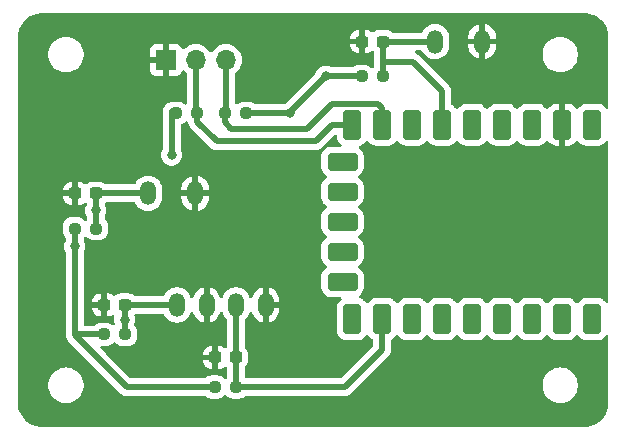
<source format=gtl>
G04 #@! TF.GenerationSoftware,KiCad,Pcbnew,8.0.6*
G04 #@! TF.CreationDate,2024-12-13T00:51:39+01:00*
G04 #@! TF.ProjectId,ps2-tatacon-rp2040,7073322d-7461-4746-9163-6f6e2d727032,rev?*
G04 #@! TF.SameCoordinates,Original*
G04 #@! TF.FileFunction,Copper,L1,Top*
G04 #@! TF.FilePolarity,Positive*
%FSLAX46Y46*%
G04 Gerber Fmt 4.6, Leading zero omitted, Abs format (unit mm)*
G04 Created by KiCad (PCBNEW 8.0.6) date 2024-12-13 00:51:39*
%MOMM*%
%LPD*%
G01*
G04 APERTURE LIST*
G04 Aperture macros list*
%AMRoundRect*
0 Rectangle with rounded corners*
0 $1 Rounding radius*
0 $2 $3 $4 $5 $6 $7 $8 $9 X,Y pos of 4 corners*
0 Add a 4 corners polygon primitive as box body*
4,1,4,$2,$3,$4,$5,$6,$7,$8,$9,$2,$3,0*
0 Add four circle primitives for the rounded corners*
1,1,$1+$1,$2,$3*
1,1,$1+$1,$4,$5*
1,1,$1+$1,$6,$7*
1,1,$1+$1,$8,$9*
0 Add four rect primitives between the rounded corners*
20,1,$1+$1,$2,$3,$4,$5,0*
20,1,$1+$1,$4,$5,$6,$7,0*
20,1,$1+$1,$6,$7,$8,$9,0*
20,1,$1+$1,$8,$9,$2,$3,0*%
G04 Aperture macros list end*
G04 #@! TA.AperFunction,SMDPad,CuDef*
%ADD10RoundRect,0.237500X0.300000X0.237500X-0.300000X0.237500X-0.300000X-0.237500X0.300000X-0.237500X0*%
G04 #@! TD*
G04 #@! TA.AperFunction,SMDPad,CuDef*
%ADD11RoundRect,0.237500X-0.250000X-0.237500X0.250000X-0.237500X0.250000X0.237500X-0.250000X0.237500X0*%
G04 #@! TD*
G04 #@! TA.AperFunction,ComponentPad*
%ADD12O,1.350000X2.000000*%
G04 #@! TD*
G04 #@! TA.AperFunction,ComponentPad*
%ADD13RoundRect,0.400000X-0.400000X0.900000X-0.400000X-0.900000X0.400000X-0.900000X0.400000X0.900000X0*%
G04 #@! TD*
G04 #@! TA.AperFunction,ComponentPad*
%ADD14RoundRect,0.400050X-0.400050X0.899950X-0.400050X-0.899950X0.400050X-0.899950X0.400050X0.899950X0*%
G04 #@! TD*
G04 #@! TA.AperFunction,ComponentPad*
%ADD15RoundRect,0.400000X-0.900000X0.400000X-0.900000X-0.400000X0.900000X-0.400000X0.900000X0.400000X0*%
G04 #@! TD*
G04 #@! TA.AperFunction,ComponentPad*
%ADD16RoundRect,0.393700X-0.906300X0.393700X-0.906300X-0.393700X0.906300X-0.393700X0.906300X0.393700X0*%
G04 #@! TD*
G04 #@! TA.AperFunction,ComponentPad*
%ADD17R,1.700000X1.700000*%
G04 #@! TD*
G04 #@! TA.AperFunction,ComponentPad*
%ADD18O,1.700000X1.700000*%
G04 #@! TD*
G04 #@! TA.AperFunction,SMDPad,CuDef*
%ADD19RoundRect,0.237500X0.250000X0.237500X-0.250000X0.237500X-0.250000X-0.237500X0.250000X-0.237500X0*%
G04 #@! TD*
G04 #@! TA.AperFunction,ViaPad*
%ADD20C,0.800000*%
G04 #@! TD*
G04 #@! TA.AperFunction,Conductor*
%ADD21C,0.500000*%
G04 #@! TD*
G04 APERTURE END LIST*
D10*
X36712500Y-48650000D03*
X34987500Y-48650000D03*
D11*
X44337500Y-55600000D03*
X46162500Y-55600000D03*
D12*
X38700000Y-39200000D03*
X42700000Y-39200000D03*
D10*
X58562500Y-26350000D03*
X56837500Y-26350000D03*
D11*
X41037500Y-32425000D03*
X42862500Y-32425000D03*
D13*
X76300000Y-49840000D03*
X73760000Y-49840000D03*
X71220000Y-49840000D03*
X68680000Y-49840000D03*
X66140000Y-49840000D03*
D14*
X63600000Y-49840000D03*
X61060000Y-49840000D03*
X58520000Y-49840000D03*
X55980000Y-49840000D03*
D15*
X55170000Y-46700000D03*
D16*
X55170000Y-44160000D03*
X55170000Y-41620000D03*
X55170000Y-39080000D03*
X55170000Y-36540000D03*
D14*
X55980000Y-33400000D03*
X58520000Y-33400000D03*
X61060000Y-33400000D03*
X63600000Y-33400000D03*
X66140000Y-33400000D03*
X68680000Y-33400000D03*
X71220000Y-33400000D03*
X73760000Y-33400000D03*
X76300000Y-33400000D03*
D11*
X34937500Y-51150000D03*
X36762500Y-51150000D03*
D17*
X40220000Y-27900000D03*
D18*
X42760000Y-27900000D03*
X45300000Y-27900000D03*
D12*
X63000000Y-26350000D03*
X67000000Y-26350000D03*
D19*
X47012500Y-32425000D03*
X45187500Y-32425000D03*
D10*
X34262500Y-39200000D03*
X32537500Y-39200000D03*
X44387500Y-53100000D03*
X46112500Y-53100000D03*
D11*
X32487500Y-42200000D03*
X34312500Y-42200000D03*
D12*
X41150000Y-48650000D03*
X43650000Y-48650000D03*
X46150000Y-48650000D03*
X48650000Y-48650000D03*
D11*
X56787500Y-29300000D03*
X58612500Y-29300000D03*
D20*
X32487500Y-43700000D03*
X34262500Y-40650000D03*
X36712500Y-49900000D03*
X53750000Y-29300000D03*
X40700000Y-35950000D03*
X50750000Y-32425000D03*
D21*
X32487500Y-43700000D02*
X32487500Y-42200000D01*
X44500000Y-34800000D02*
X42862500Y-33162500D01*
X42760000Y-27900000D02*
X42760000Y-32322500D01*
X54250000Y-33450000D02*
X52900000Y-34800000D01*
X52900000Y-34800000D02*
X44500000Y-34800000D01*
X42862500Y-33162500D02*
X42862500Y-32425000D01*
X55430000Y-33450000D02*
X54250000Y-33450000D01*
X42760000Y-32322500D02*
X42862500Y-32425000D01*
X55980000Y-34000000D02*
X55430000Y-33450000D01*
X45300000Y-27900000D02*
X45300000Y-31150000D01*
X54250000Y-31650000D02*
X52150000Y-33750000D01*
X45750000Y-33750000D02*
X45187500Y-33187500D01*
X45187500Y-33187500D02*
X45187500Y-32425000D01*
X45300000Y-31150000D02*
X45300000Y-32312500D01*
X58150000Y-31650000D02*
X54250000Y-31650000D01*
X58520000Y-32020000D02*
X58150000Y-31650000D01*
X52150000Y-33750000D02*
X45750000Y-33750000D01*
X45300000Y-32312500D02*
X45187500Y-32425000D01*
X58520000Y-34000000D02*
X58520000Y-32020000D01*
X58562500Y-28050000D02*
X58562500Y-29250000D01*
X58562500Y-28050000D02*
X61100000Y-28050000D01*
X58562500Y-26350000D02*
X63000000Y-26350000D01*
X61100000Y-28050000D02*
X63600000Y-30550000D01*
X63600000Y-30550000D02*
X63600000Y-34000000D01*
X58562500Y-26350000D02*
X58562500Y-28050000D01*
X58562500Y-29250000D02*
X58612500Y-29300000D01*
X34262500Y-39200000D02*
X38700000Y-39200000D01*
X34262500Y-42150000D02*
X34312500Y-42200000D01*
X34262500Y-39200000D02*
X34262500Y-42150000D01*
X36712500Y-51100000D02*
X36762500Y-51150000D01*
X36712500Y-48650000D02*
X41150000Y-48650000D01*
X36712500Y-48650000D02*
X36712500Y-51100000D01*
X46152500Y-48652500D02*
X46150000Y-48650000D01*
X55350000Y-55600000D02*
X58520000Y-52430000D01*
X46152500Y-53100000D02*
X46152500Y-48652500D01*
X58520000Y-52430000D02*
X58520000Y-49240000D01*
X46102500Y-53150000D02*
X46152500Y-53100000D01*
X46152500Y-55600000D02*
X46152500Y-54350000D01*
X46162500Y-55600000D02*
X55350000Y-55600000D01*
X46152500Y-54350000D02*
X46152500Y-53150000D01*
X34937500Y-51150000D02*
X32487500Y-51150000D01*
X32487500Y-51150000D02*
X32487500Y-42200000D01*
X53750000Y-29300000D02*
X56787500Y-29300000D01*
X47012500Y-32425000D02*
X50750000Y-32425000D01*
X32487500Y-51187500D02*
X32487500Y-51150000D01*
X40700000Y-35950000D02*
X40700000Y-32250000D01*
X44337500Y-55600000D02*
X36900000Y-55600000D01*
X50750000Y-32300000D02*
X53750000Y-29300000D01*
X36900000Y-55600000D02*
X32487500Y-51187500D01*
X50750000Y-32425000D02*
X50750000Y-32300000D01*
G04 #@! TA.AperFunction,Conductor*
G36*
X75676121Y-23950020D02*
G01*
X75810109Y-23952409D01*
X75825528Y-23953650D01*
X76091897Y-23991948D01*
X76109184Y-23995708D01*
X76366313Y-24071209D01*
X76382887Y-24077391D01*
X76492159Y-24127293D01*
X76626659Y-24188717D01*
X76642173Y-24197188D01*
X76867628Y-24342080D01*
X76881787Y-24352679D01*
X77084317Y-24528172D01*
X77096827Y-24540682D01*
X77272320Y-24743212D01*
X77282921Y-24757374D01*
X77427808Y-24982821D01*
X77436284Y-24998345D01*
X77547608Y-25242112D01*
X77553791Y-25258688D01*
X77629290Y-25515814D01*
X77633051Y-25533102D01*
X77671348Y-25799463D01*
X77672590Y-25814898D01*
X77674980Y-25948877D01*
X77675000Y-25951089D01*
X77675000Y-31922859D01*
X77655315Y-31989898D01*
X77602511Y-32035653D01*
X77533353Y-32045597D01*
X77469797Y-32016572D01*
X77454635Y-32000896D01*
X77340342Y-31859758D01*
X77193226Y-31740624D01*
X77193224Y-31740623D01*
X77059777Y-31672630D01*
X77024556Y-31654684D01*
X76944120Y-31633131D01*
X76841701Y-31605687D01*
X76769428Y-31600000D01*
X76763075Y-31599500D01*
X76763074Y-31599500D01*
X75836935Y-31599500D01*
X75836916Y-31599501D01*
X75758300Y-31605687D01*
X75575444Y-31654684D01*
X75406775Y-31740623D01*
X75406773Y-31740624D01*
X75259658Y-31859758D01*
X75140524Y-32006873D01*
X75140518Y-32006882D01*
X75140194Y-32007520D01*
X75139909Y-32007821D01*
X75136986Y-32012323D01*
X75136161Y-32011787D01*
X75092211Y-32058307D01*
X75024387Y-32075091D01*
X74958256Y-32052542D01*
X74923269Y-32012156D01*
X74922593Y-32012596D01*
X74919426Y-32007719D01*
X74919230Y-32007493D01*
X74919052Y-32007143D01*
X74799986Y-31860113D01*
X74652954Y-31741046D01*
X74652951Y-31741044D01*
X74484374Y-31655151D01*
X74301622Y-31606183D01*
X74223053Y-31600000D01*
X74010000Y-31600000D01*
X74010000Y-33684314D01*
X74005606Y-33679920D01*
X73914394Y-33627259D01*
X73812661Y-33600000D01*
X73707339Y-33600000D01*
X73605606Y-33627259D01*
X73514394Y-33679920D01*
X73510000Y-33684314D01*
X73510000Y-31600000D01*
X73296946Y-31600000D01*
X73218377Y-31606183D01*
X73035625Y-31655151D01*
X72867048Y-31741044D01*
X72867045Y-31741046D01*
X72720013Y-31860113D01*
X72600946Y-32007145D01*
X72600942Y-32007151D01*
X72600761Y-32007508D01*
X72600601Y-32007677D01*
X72597407Y-32012596D01*
X72596507Y-32012011D01*
X72552784Y-32058301D01*
X72484962Y-32075092D01*
X72418828Y-32052550D01*
X72383626Y-32011924D01*
X72383014Y-32012323D01*
X72380148Y-32007910D01*
X72379798Y-32007506D01*
X72379477Y-32006877D01*
X72379475Y-32006873D01*
X72326168Y-31941046D01*
X72260342Y-31859758D01*
X72156351Y-31775547D01*
X72113226Y-31740624D01*
X72113224Y-31740623D01*
X71979777Y-31672630D01*
X71944556Y-31654684D01*
X71864120Y-31633131D01*
X71761701Y-31605687D01*
X71689428Y-31600000D01*
X71683075Y-31599500D01*
X71683074Y-31599500D01*
X70756935Y-31599500D01*
X70756916Y-31599501D01*
X70678300Y-31605687D01*
X70495444Y-31654684D01*
X70326775Y-31740623D01*
X70326773Y-31740624D01*
X70179658Y-31859758D01*
X70060524Y-32006873D01*
X70060484Y-32006953D01*
X70060449Y-32006989D01*
X70056986Y-32012323D01*
X70056010Y-32011689D01*
X70012509Y-32057749D01*
X69944688Y-32074543D01*
X69878553Y-32052005D01*
X69843753Y-32011843D01*
X69843014Y-32012323D01*
X69839559Y-32007002D01*
X69839516Y-32006953D01*
X69839476Y-32006875D01*
X69839475Y-32006873D01*
X69786168Y-31941046D01*
X69720342Y-31859758D01*
X69616351Y-31775547D01*
X69573226Y-31740624D01*
X69573224Y-31740623D01*
X69439777Y-31672630D01*
X69404556Y-31654684D01*
X69324120Y-31633131D01*
X69221701Y-31605687D01*
X69149428Y-31600000D01*
X69143075Y-31599500D01*
X69143074Y-31599500D01*
X68216935Y-31599500D01*
X68216916Y-31599501D01*
X68138300Y-31605687D01*
X67955444Y-31654684D01*
X67786775Y-31740623D01*
X67786773Y-31740624D01*
X67639658Y-31859758D01*
X67520524Y-32006873D01*
X67520484Y-32006953D01*
X67520449Y-32006989D01*
X67516986Y-32012323D01*
X67516010Y-32011689D01*
X67472509Y-32057749D01*
X67404688Y-32074543D01*
X67338553Y-32052005D01*
X67303753Y-32011843D01*
X67303014Y-32012323D01*
X67299559Y-32007002D01*
X67299516Y-32006953D01*
X67299476Y-32006875D01*
X67299475Y-32006873D01*
X67246168Y-31941046D01*
X67180342Y-31859758D01*
X67076351Y-31775547D01*
X67033226Y-31740624D01*
X67033224Y-31740623D01*
X66899777Y-31672630D01*
X66864556Y-31654684D01*
X66784120Y-31633131D01*
X66681701Y-31605687D01*
X66609428Y-31600000D01*
X66603075Y-31599500D01*
X66603074Y-31599500D01*
X65676935Y-31599500D01*
X65676916Y-31599501D01*
X65598300Y-31605687D01*
X65415444Y-31654684D01*
X65246775Y-31740623D01*
X65246773Y-31740624D01*
X65099658Y-31859758D01*
X64980524Y-32006873D01*
X64980484Y-32006953D01*
X64980449Y-32006989D01*
X64976986Y-32012323D01*
X64976010Y-32011689D01*
X64932509Y-32057749D01*
X64864688Y-32074543D01*
X64798553Y-32052005D01*
X64763753Y-32011843D01*
X64763014Y-32012323D01*
X64759559Y-32007002D01*
X64759516Y-32006953D01*
X64759476Y-32006875D01*
X64759475Y-32006873D01*
X64706168Y-31941046D01*
X64640342Y-31859758D01*
X64516330Y-31759334D01*
X64493227Y-31740625D01*
X64418205Y-31702400D01*
X64367409Y-31654426D01*
X64350500Y-31591915D01*
X64350500Y-30476079D01*
X64321659Y-30331092D01*
X64321658Y-30331091D01*
X64321658Y-30331087D01*
X64265084Y-30194505D01*
X64215529Y-30120340D01*
X64215529Y-30120339D01*
X64182950Y-30071581D01*
X61578421Y-27467052D01*
X61578414Y-27467046D01*
X61504729Y-27417812D01*
X61504729Y-27417813D01*
X61455495Y-27384916D01*
X61344790Y-27339060D01*
X61290388Y-27295220D01*
X61268323Y-27228926D01*
X61285602Y-27161227D01*
X61336739Y-27113616D01*
X61392244Y-27100500D01*
X61821521Y-27100500D01*
X61888560Y-27120185D01*
X61932005Y-27168204D01*
X61994622Y-27291096D01*
X62103379Y-27440787D01*
X62234213Y-27571621D01*
X62383904Y-27680378D01*
X62464763Y-27721577D01*
X62548764Y-27764379D01*
X62548767Y-27764380D01*
X62636750Y-27792967D01*
X62724736Y-27821555D01*
X62907486Y-27850500D01*
X62907487Y-27850500D01*
X63092513Y-27850500D01*
X63092514Y-27850500D01*
X63275264Y-27821555D01*
X63451235Y-27764379D01*
X63616096Y-27680378D01*
X63765787Y-27571621D01*
X63896621Y-27440787D01*
X64005378Y-27291096D01*
X64089379Y-27126235D01*
X64146555Y-26950264D01*
X64175500Y-26767514D01*
X64175500Y-25932526D01*
X65825000Y-25932526D01*
X65825000Y-26100000D01*
X66566988Y-26100000D01*
X66534075Y-26157007D01*
X66500000Y-26284174D01*
X66500000Y-26415826D01*
X66534075Y-26542993D01*
X66566988Y-26600000D01*
X65825000Y-26600000D01*
X65825000Y-26767473D01*
X65853933Y-26950147D01*
X65911083Y-27126040D01*
X65911084Y-27126043D01*
X65995052Y-27290837D01*
X66103754Y-27440454D01*
X66103758Y-27440459D01*
X66234540Y-27571241D01*
X66234545Y-27571245D01*
X66384162Y-27679947D01*
X66548956Y-27763915D01*
X66548959Y-27763916D01*
X66724845Y-27821064D01*
X66724858Y-27821067D01*
X66750000Y-27825049D01*
X66750000Y-26783012D01*
X66807007Y-26815925D01*
X66934174Y-26850000D01*
X67065826Y-26850000D01*
X67192993Y-26815925D01*
X67250000Y-26783012D01*
X67250000Y-27825048D01*
X67275141Y-27821067D01*
X67275154Y-27821064D01*
X67451040Y-27763916D01*
X67451043Y-27763915D01*
X67615837Y-27679947D01*
X67765454Y-27571245D01*
X67765459Y-27571241D01*
X67896241Y-27440459D01*
X67896245Y-27440454D01*
X67979458Y-27325920D01*
X72102562Y-27325920D01*
X72102562Y-27574079D01*
X72143408Y-27818862D01*
X72223984Y-28053572D01*
X72223989Y-28053582D01*
X72342094Y-28271822D01*
X72342100Y-28271831D01*
X72494517Y-28467656D01*
X72494520Y-28467660D01*
X72494522Y-28467662D01*
X72494523Y-28467663D01*
X72677102Y-28635739D01*
X72677104Y-28635740D01*
X72884738Y-28771395D01*
X72884855Y-28771471D01*
X73112116Y-28871157D01*
X73352685Y-28932077D01*
X73435123Y-28938908D01*
X73599994Y-28952571D01*
X73600000Y-28952571D01*
X73600006Y-28952571D01*
X73748389Y-28940274D01*
X73847315Y-28932077D01*
X74087884Y-28871157D01*
X74315145Y-28771471D01*
X74522898Y-28635739D01*
X74705477Y-28467663D01*
X74857902Y-28271828D01*
X74976014Y-28053576D01*
X75056592Y-27818859D01*
X75097438Y-27574081D01*
X75100000Y-27450000D01*
X75097438Y-27325919D01*
X75056592Y-27081141D01*
X74976014Y-26846424D01*
X74910824Y-26725964D01*
X74857905Y-26628177D01*
X74857899Y-26628168D01*
X74705482Y-26432343D01*
X74705479Y-26432339D01*
X74522899Y-26264262D01*
X74522895Y-26264259D01*
X74315146Y-26128529D01*
X74087884Y-26028843D01*
X73847311Y-25967922D01*
X73600006Y-25947430D01*
X73599994Y-25947430D01*
X73352688Y-25967922D01*
X73112115Y-26028843D01*
X72884853Y-26128529D01*
X72677104Y-26264259D01*
X72677100Y-26264262D01*
X72494520Y-26432339D01*
X72494517Y-26432343D01*
X72342100Y-26628168D01*
X72342094Y-26628177D01*
X72223989Y-26846417D01*
X72223984Y-26846427D01*
X72143408Y-27081137D01*
X72115816Y-27246491D01*
X72104438Y-27314680D01*
X72102562Y-27325920D01*
X67979458Y-27325920D01*
X68004947Y-27290837D01*
X68088915Y-27126043D01*
X68088916Y-27126040D01*
X68146066Y-26950147D01*
X68175000Y-26767473D01*
X68175000Y-26600000D01*
X67433012Y-26600000D01*
X67465925Y-26542993D01*
X67500000Y-26415826D01*
X67500000Y-26284174D01*
X67465925Y-26157007D01*
X67433012Y-26100000D01*
X68175000Y-26100000D01*
X68175000Y-25932526D01*
X68146066Y-25749852D01*
X68088916Y-25573959D01*
X68088915Y-25573956D01*
X68004947Y-25409162D01*
X67896245Y-25259545D01*
X67896241Y-25259540D01*
X67765459Y-25128758D01*
X67765454Y-25128754D01*
X67615837Y-25020052D01*
X67451043Y-24936084D01*
X67451037Y-24936082D01*
X67275144Y-24878932D01*
X67250000Y-24874950D01*
X67250000Y-25916988D01*
X67192993Y-25884075D01*
X67065826Y-25850000D01*
X66934174Y-25850000D01*
X66807007Y-25884075D01*
X66750000Y-25916988D01*
X66750000Y-24874950D01*
X66749999Y-24874950D01*
X66724855Y-24878932D01*
X66548962Y-24936082D01*
X66548956Y-24936084D01*
X66384162Y-25020052D01*
X66234545Y-25128754D01*
X66234540Y-25128758D01*
X66103758Y-25259540D01*
X66103754Y-25259545D01*
X65995052Y-25409162D01*
X65911084Y-25573956D01*
X65911083Y-25573959D01*
X65853933Y-25749852D01*
X65825000Y-25932526D01*
X64175500Y-25932526D01*
X64175500Y-25932486D01*
X64146555Y-25749736D01*
X64091345Y-25579815D01*
X64089380Y-25573767D01*
X64089379Y-25573764D01*
X64020760Y-25439093D01*
X64005378Y-25408904D01*
X63896621Y-25259213D01*
X63765787Y-25128379D01*
X63616096Y-25019622D01*
X63574338Y-24998345D01*
X63451235Y-24935620D01*
X63451232Y-24935619D01*
X63275265Y-24878445D01*
X63183889Y-24863972D01*
X63092514Y-24849500D01*
X62907486Y-24849500D01*
X62846569Y-24859148D01*
X62724734Y-24878445D01*
X62548767Y-24935619D01*
X62548764Y-24935620D01*
X62383903Y-25019622D01*
X62298499Y-25081672D01*
X62234213Y-25128379D01*
X62234211Y-25128381D01*
X62234210Y-25128381D01*
X62103381Y-25259210D01*
X62103381Y-25259211D01*
X62103379Y-25259213D01*
X62103138Y-25259545D01*
X61994622Y-25408903D01*
X61948691Y-25499048D01*
X61932893Y-25530055D01*
X61932006Y-25531795D01*
X61884031Y-25582591D01*
X61821521Y-25599500D01*
X59444552Y-25599500D01*
X59377513Y-25579815D01*
X59356871Y-25563181D01*
X59323351Y-25529661D01*
X59323350Y-25529660D01*
X59232129Y-25473395D01*
X59176518Y-25439093D01*
X59176513Y-25439091D01*
X59175069Y-25438612D01*
X59012753Y-25384826D01*
X59012751Y-25384825D01*
X58911678Y-25374500D01*
X58213330Y-25374500D01*
X58213312Y-25374501D01*
X58112247Y-25384825D01*
X57948484Y-25439092D01*
X57948481Y-25439093D01*
X57801648Y-25529661D01*
X57787325Y-25543984D01*
X57726001Y-25577468D01*
X57656309Y-25572482D01*
X57611965Y-25543982D01*
X57598038Y-25530055D01*
X57598034Y-25530052D01*
X57451311Y-25439551D01*
X57451300Y-25439546D01*
X57287652Y-25385319D01*
X57186654Y-25375000D01*
X57087500Y-25375000D01*
X57087500Y-27324999D01*
X57186640Y-27324999D01*
X57186654Y-27324998D01*
X57287652Y-27314680D01*
X57451300Y-27260453D01*
X57451311Y-27260448D01*
X57598037Y-27169945D01*
X57600313Y-27167670D01*
X57602262Y-27166605D01*
X57603706Y-27165464D01*
X57603900Y-27165710D01*
X57661634Y-27134181D01*
X57731326Y-27139160D01*
X57787262Y-27181028D01*
X57811683Y-27246491D01*
X57812000Y-27255345D01*
X57812000Y-28493948D01*
X57792315Y-28560987D01*
X57739511Y-28606742D01*
X57670353Y-28616686D01*
X57606797Y-28587661D01*
X57600319Y-28581629D01*
X57498351Y-28479661D01*
X57498350Y-28479660D01*
X57351516Y-28389092D01*
X57187753Y-28334826D01*
X57187751Y-28334825D01*
X57086678Y-28324500D01*
X56488330Y-28324500D01*
X56488312Y-28324501D01*
X56387247Y-28334825D01*
X56223484Y-28389092D01*
X56223481Y-28389093D01*
X56076648Y-28479661D01*
X56043129Y-28513181D01*
X55981806Y-28546666D01*
X55955448Y-28549500D01*
X54289337Y-28549500D01*
X54222298Y-28529815D01*
X54216452Y-28525818D01*
X54202734Y-28515851D01*
X54202729Y-28515848D01*
X54029807Y-28438857D01*
X54029802Y-28438855D01*
X53884001Y-28407865D01*
X53844646Y-28399500D01*
X53655354Y-28399500D01*
X53622897Y-28406398D01*
X53470197Y-28438855D01*
X53470192Y-28438857D01*
X53297270Y-28515848D01*
X53297265Y-28515851D01*
X53144129Y-28627111D01*
X53017466Y-28767785D01*
X52922821Y-28931715D01*
X52922819Y-28931719D01*
X52867478Y-29102041D01*
X52837228Y-29151403D01*
X50404572Y-31584058D01*
X50367328Y-31609656D01*
X50297267Y-31640849D01*
X50283548Y-31650818D01*
X50217742Y-31674298D01*
X50210663Y-31674500D01*
X47844552Y-31674500D01*
X47777513Y-31654815D01*
X47756871Y-31638181D01*
X47723351Y-31604661D01*
X47723350Y-31604660D01*
X47621088Y-31541584D01*
X47576518Y-31514093D01*
X47576513Y-31514091D01*
X47523988Y-31496686D01*
X47412753Y-31459826D01*
X47412751Y-31459825D01*
X47311678Y-31449500D01*
X46713330Y-31449500D01*
X46713312Y-31449501D01*
X46612247Y-31459825D01*
X46448484Y-31514092D01*
X46448481Y-31514093D01*
X46301648Y-31604661D01*
X46262181Y-31644129D01*
X46200858Y-31677614D01*
X46131166Y-31672630D01*
X46075233Y-31630758D01*
X46050816Y-31565294D01*
X46050500Y-31556448D01*
X46050500Y-29087700D01*
X46070185Y-29020661D01*
X46103375Y-28986126D01*
X46171401Y-28938495D01*
X46338495Y-28771401D01*
X46474035Y-28577830D01*
X46573903Y-28363663D01*
X46635063Y-28135408D01*
X46655659Y-27900000D01*
X46635063Y-27664592D01*
X46575095Y-27440787D01*
X46573905Y-27436344D01*
X46573904Y-27436343D01*
X46573903Y-27436337D01*
X46474035Y-27222171D01*
X46468425Y-27214158D01*
X46338494Y-27028597D01*
X46171402Y-26861506D01*
X46171395Y-26861501D01*
X45977834Y-26725967D01*
X45977830Y-26725965D01*
X45906727Y-26692809D01*
X45786303Y-26636654D01*
X55800001Y-26636654D01*
X55810319Y-26737652D01*
X55864546Y-26901300D01*
X55864551Y-26901311D01*
X55955052Y-27048034D01*
X55955055Y-27048038D01*
X56076961Y-27169944D01*
X56076965Y-27169947D01*
X56223688Y-27260448D01*
X56223699Y-27260453D01*
X56387347Y-27314680D01*
X56488351Y-27324999D01*
X56587500Y-27324998D01*
X56587500Y-26600000D01*
X55800001Y-26600000D01*
X55800001Y-26636654D01*
X45786303Y-26636654D01*
X45763663Y-26626097D01*
X45763659Y-26626096D01*
X45763655Y-26626094D01*
X45535413Y-26564938D01*
X45535403Y-26564936D01*
X45300001Y-26544341D01*
X45299999Y-26544341D01*
X45064596Y-26564936D01*
X45064586Y-26564938D01*
X44836344Y-26626094D01*
X44836337Y-26626096D01*
X44836337Y-26626097D01*
X44822816Y-26632401D01*
X44622171Y-26725964D01*
X44622169Y-26725965D01*
X44428597Y-26861505D01*
X44261505Y-27028597D01*
X44131575Y-27214158D01*
X44076998Y-27257783D01*
X44007500Y-27264977D01*
X43945145Y-27233454D01*
X43928425Y-27214158D01*
X43798494Y-27028597D01*
X43631402Y-26861506D01*
X43631395Y-26861501D01*
X43437834Y-26725967D01*
X43437830Y-26725965D01*
X43366727Y-26692809D01*
X43223663Y-26626097D01*
X43223659Y-26626096D01*
X43223655Y-26626094D01*
X42995413Y-26564938D01*
X42995403Y-26564936D01*
X42760001Y-26544341D01*
X42759999Y-26544341D01*
X42524596Y-26564936D01*
X42524586Y-26564938D01*
X42296344Y-26626094D01*
X42296337Y-26626096D01*
X42296337Y-26626097D01*
X42282816Y-26632401D01*
X42082171Y-26725964D01*
X42082169Y-26725965D01*
X41888600Y-26861503D01*
X41766284Y-26983819D01*
X41704961Y-27017303D01*
X41635269Y-27012319D01*
X41579336Y-26970447D01*
X41562421Y-26939470D01*
X41513354Y-26807913D01*
X41513350Y-26807906D01*
X41427190Y-26692812D01*
X41427187Y-26692809D01*
X41312093Y-26606649D01*
X41312086Y-26606645D01*
X41177379Y-26556403D01*
X41177372Y-26556401D01*
X41117844Y-26550000D01*
X40470000Y-26550000D01*
X40470000Y-27466988D01*
X40412993Y-27434075D01*
X40285826Y-27400000D01*
X40154174Y-27400000D01*
X40027007Y-27434075D01*
X39970000Y-27466988D01*
X39970000Y-26550000D01*
X39322155Y-26550000D01*
X39262627Y-26556401D01*
X39262620Y-26556403D01*
X39127913Y-26606645D01*
X39127906Y-26606649D01*
X39012812Y-26692809D01*
X39012809Y-26692812D01*
X38926649Y-26807906D01*
X38926645Y-26807913D01*
X38876403Y-26942620D01*
X38876401Y-26942627D01*
X38870000Y-27002155D01*
X38870000Y-27650000D01*
X39786988Y-27650000D01*
X39754075Y-27707007D01*
X39720000Y-27834174D01*
X39720000Y-27965826D01*
X39754075Y-28092993D01*
X39786988Y-28150000D01*
X38870000Y-28150000D01*
X38870000Y-28797844D01*
X38876401Y-28857372D01*
X38876403Y-28857379D01*
X38926645Y-28992086D01*
X38926649Y-28992093D01*
X39012809Y-29107187D01*
X39012812Y-29107190D01*
X39127906Y-29193350D01*
X39127913Y-29193354D01*
X39262620Y-29243596D01*
X39262627Y-29243598D01*
X39322155Y-29249999D01*
X39322172Y-29250000D01*
X39970000Y-29250000D01*
X39970000Y-28333012D01*
X40027007Y-28365925D01*
X40154174Y-28400000D01*
X40285826Y-28400000D01*
X40412993Y-28365925D01*
X40470000Y-28333012D01*
X40470000Y-29250000D01*
X41117828Y-29250000D01*
X41117844Y-29249999D01*
X41177372Y-29243598D01*
X41177379Y-29243596D01*
X41312086Y-29193354D01*
X41312093Y-29193350D01*
X41427187Y-29107190D01*
X41427190Y-29107187D01*
X41513350Y-28992093D01*
X41513354Y-28992086D01*
X41562422Y-28860529D01*
X41604293Y-28804595D01*
X41669757Y-28780178D01*
X41738030Y-28795030D01*
X41766282Y-28816178D01*
X41888599Y-28938495D01*
X41956623Y-28986125D01*
X42000248Y-29040701D01*
X42009500Y-29087700D01*
X42009500Y-31566448D01*
X41989815Y-31633487D01*
X41937011Y-31679242D01*
X41867853Y-31689186D01*
X41804297Y-31660161D01*
X41797819Y-31654129D01*
X41748351Y-31604661D01*
X41748350Y-31604660D01*
X41646088Y-31541584D01*
X41601518Y-31514093D01*
X41601513Y-31514091D01*
X41548988Y-31496686D01*
X41437753Y-31459826D01*
X41437751Y-31459825D01*
X41336678Y-31449500D01*
X40738330Y-31449500D01*
X40738312Y-31449501D01*
X40637247Y-31459825D01*
X40473484Y-31514092D01*
X40473479Y-31514094D01*
X40396057Y-31561848D01*
X40378417Y-31570868D01*
X40344510Y-31584913D01*
X40344498Y-31584919D01*
X40221584Y-31667048D01*
X40221580Y-31667051D01*
X40117051Y-31771580D01*
X40117048Y-31771584D01*
X40034919Y-31894498D01*
X40034912Y-31894511D01*
X39978343Y-32031082D01*
X39978340Y-32031092D01*
X39949500Y-32176079D01*
X39949500Y-35415677D01*
X39932887Y-35477677D01*
X39872821Y-35581714D01*
X39814327Y-35761740D01*
X39814326Y-35761744D01*
X39794540Y-35950000D01*
X39814326Y-36138256D01*
X39814327Y-36138259D01*
X39872818Y-36318277D01*
X39872821Y-36318284D01*
X39967467Y-36482216D01*
X40094129Y-36622888D01*
X40247265Y-36734148D01*
X40247270Y-36734151D01*
X40420192Y-36811142D01*
X40420197Y-36811144D01*
X40605354Y-36850500D01*
X40605355Y-36850500D01*
X40794644Y-36850500D01*
X40794646Y-36850500D01*
X40979803Y-36811144D01*
X41152730Y-36734151D01*
X41305871Y-36622888D01*
X41432533Y-36482216D01*
X41527179Y-36318284D01*
X41585674Y-36138256D01*
X41605460Y-35950000D01*
X41585674Y-35761744D01*
X41527179Y-35581716D01*
X41509157Y-35550500D01*
X41467113Y-35477677D01*
X41450500Y-35415677D01*
X41450500Y-33475490D01*
X41470185Y-33408451D01*
X41522989Y-33362696D01*
X41535486Y-33357788D01*
X41601516Y-33335908D01*
X41748350Y-33245340D01*
X41862319Y-33131371D01*
X41923642Y-33097886D01*
X41993334Y-33102870D01*
X42037681Y-33131371D01*
X42077771Y-33171461D01*
X42111256Y-33232784D01*
X42111707Y-33234950D01*
X42140840Y-33381407D01*
X42140843Y-33381417D01*
X42197414Y-33517992D01*
X42197415Y-33517994D01*
X42197416Y-33517995D01*
X42214120Y-33542995D01*
X42230312Y-33567227D01*
X42230313Y-33567230D01*
X42279546Y-33640914D01*
X42279552Y-33640921D01*
X43171340Y-34532708D01*
X44021584Y-35382952D01*
X44073715Y-35417784D01*
X44144505Y-35465084D01*
X44144506Y-35465084D01*
X44144507Y-35465085D01*
X44201079Y-35488518D01*
X44201080Y-35488518D01*
X44281088Y-35521659D01*
X44397241Y-35544763D01*
X44416468Y-35548587D01*
X44426081Y-35550500D01*
X44426082Y-35550500D01*
X52973920Y-35550500D01*
X53071462Y-35531096D01*
X53118913Y-35521658D01*
X53255495Y-35465084D01*
X53326285Y-35417784D01*
X53378416Y-35382952D01*
X54468705Y-34292661D01*
X54530026Y-34259178D01*
X54599717Y-34264162D01*
X54655651Y-34306033D01*
X54680002Y-34370616D01*
X54685587Y-34441600D01*
X54685588Y-34441603D01*
X54734584Y-34624456D01*
X54763962Y-34682114D01*
X54820523Y-34793124D01*
X54820524Y-34793126D01*
X54939658Y-34940242D01*
X55052641Y-35031735D01*
X55092352Y-35089222D01*
X55094679Y-35159053D01*
X55058883Y-35219056D01*
X54996329Y-35250182D01*
X54974604Y-35252100D01*
X54201121Y-35252100D01*
X54201102Y-35252101D01*
X54123047Y-35258243D01*
X53941483Y-35306893D01*
X53774003Y-35392226D01*
X53627922Y-35510522D01*
X53509626Y-35656603D01*
X53424293Y-35824083D01*
X53375643Y-36005647D01*
X53375643Y-36005648D01*
X53369500Y-36083705D01*
X53369500Y-36996278D01*
X53369501Y-36996297D01*
X53375643Y-37074352D01*
X53424293Y-37255916D01*
X53509626Y-37423396D01*
X53558526Y-37483782D01*
X53627922Y-37569478D01*
X53733745Y-37655172D01*
X53774003Y-37687773D01*
X53797049Y-37699515D01*
X53847845Y-37747489D01*
X53864641Y-37815310D01*
X53842104Y-37881445D01*
X53797049Y-37920485D01*
X53774003Y-37932226D01*
X53627922Y-38050522D01*
X53509626Y-38196603D01*
X53424293Y-38364083D01*
X53375643Y-38545647D01*
X53375643Y-38545648D01*
X53369500Y-38623705D01*
X53369500Y-39536278D01*
X53369501Y-39536297D01*
X53375643Y-39614352D01*
X53424293Y-39795916D01*
X53509626Y-39963396D01*
X53551425Y-40015013D01*
X53627922Y-40109478D01*
X53733745Y-40195172D01*
X53774003Y-40227773D01*
X53797049Y-40239515D01*
X53847845Y-40287489D01*
X53864641Y-40355310D01*
X53842104Y-40421445D01*
X53797049Y-40460485D01*
X53774003Y-40472226D01*
X53627922Y-40590522D01*
X53509626Y-40736603D01*
X53424293Y-40904083D01*
X53375643Y-41085647D01*
X53375643Y-41085648D01*
X53369500Y-41163705D01*
X53369500Y-42076278D01*
X53369501Y-42076297D01*
X53375643Y-42154352D01*
X53424293Y-42335916D01*
X53509626Y-42503396D01*
X53558526Y-42563782D01*
X53627922Y-42649478D01*
X53733745Y-42735172D01*
X53774003Y-42767773D01*
X53797049Y-42779515D01*
X53847845Y-42827489D01*
X53864641Y-42895310D01*
X53842104Y-42961445D01*
X53797049Y-43000485D01*
X53774003Y-43012226D01*
X53627922Y-43130522D01*
X53509626Y-43276603D01*
X53424293Y-43444083D01*
X53375643Y-43625647D01*
X53375643Y-43625648D01*
X53369500Y-43703705D01*
X53369500Y-44616278D01*
X53369501Y-44616297D01*
X53375643Y-44694352D01*
X53424293Y-44875916D01*
X53509626Y-45043396D01*
X53558526Y-45103782D01*
X53627922Y-45189478D01*
X53774001Y-45307771D01*
X53774002Y-45307771D01*
X53774004Y-45307773D01*
X53787080Y-45314436D01*
X53837876Y-45362411D01*
X53854670Y-45430232D01*
X53832132Y-45496367D01*
X53787081Y-45535404D01*
X53776852Y-45540615D01*
X53629743Y-45659743D01*
X53510614Y-45806853D01*
X53424680Y-45975512D01*
X53375687Y-46158356D01*
X53375687Y-46158357D01*
X53369500Y-46236973D01*
X53369500Y-47163010D01*
X53369501Y-47163029D01*
X53375687Y-47241643D01*
X53396697Y-47320052D01*
X53424680Y-47424488D01*
X53426663Y-47428379D01*
X53510614Y-47593146D01*
X53559859Y-47653958D01*
X53629743Y-47740257D01*
X53736311Y-47826554D01*
X53776853Y-47859385D01*
X53855585Y-47899500D01*
X53945512Y-47945320D01*
X54128355Y-47994312D01*
X54206979Y-48000500D01*
X54959047Y-48000499D01*
X55026084Y-48020183D01*
X55071839Y-48072987D01*
X55081783Y-48142146D01*
X55052758Y-48205702D01*
X55037082Y-48220864D01*
X54939658Y-48299757D01*
X54820524Y-48446873D01*
X54820523Y-48446875D01*
X54734584Y-48615544D01*
X54685587Y-48798398D01*
X54679400Y-48877019D01*
X54679400Y-50802964D01*
X54679401Y-50802983D01*
X54685587Y-50881599D01*
X54685587Y-50881602D01*
X54685588Y-50881603D01*
X54734584Y-51064456D01*
X54740508Y-51076082D01*
X54820523Y-51233124D01*
X54820524Y-51233126D01*
X54843437Y-51261420D01*
X54939658Y-51380242D01*
X55009349Y-51436677D01*
X55086773Y-51499375D01*
X55086775Y-51499376D01*
X55142279Y-51527656D01*
X55255444Y-51585316D01*
X55438297Y-51634312D01*
X55516925Y-51640500D01*
X56443074Y-51640499D01*
X56521703Y-51634312D01*
X56704556Y-51585316D01*
X56873226Y-51499375D01*
X57020342Y-51380242D01*
X57139475Y-51233126D01*
X57139512Y-51233052D01*
X57139546Y-51233016D01*
X57143014Y-51227677D01*
X57143990Y-51228310D01*
X57187484Y-51182255D01*
X57255304Y-51165455D01*
X57321440Y-51187989D01*
X57356246Y-51228157D01*
X57356986Y-51227677D01*
X57360444Y-51233002D01*
X57360488Y-51233053D01*
X57360526Y-51233128D01*
X57383437Y-51261420D01*
X57479658Y-51380242D01*
X57626774Y-51499375D01*
X57701795Y-51537599D01*
X57752590Y-51585571D01*
X57769500Y-51648083D01*
X57769500Y-52067770D01*
X57749815Y-52134809D01*
X57733181Y-52155451D01*
X55075451Y-54813181D01*
X55014128Y-54846666D01*
X54987770Y-54849500D01*
X47027000Y-54849500D01*
X46959961Y-54829815D01*
X46914206Y-54777011D01*
X46903000Y-54725500D01*
X46903000Y-53942052D01*
X46922685Y-53875013D01*
X46939319Y-53854371D01*
X46995340Y-53798350D01*
X47085908Y-53651516D01*
X47140174Y-53487753D01*
X47150500Y-53386677D01*
X47150499Y-52813324D01*
X47140174Y-52712247D01*
X47085908Y-52548484D01*
X46995340Y-52401650D01*
X46939319Y-52345629D01*
X46905834Y-52284306D01*
X46903000Y-52257948D01*
X46903000Y-49935770D01*
X46922685Y-49868731D01*
X46939319Y-49848089D01*
X47046621Y-49740787D01*
X47155378Y-49591096D01*
X47239379Y-49426235D01*
X47282332Y-49294037D01*
X47321769Y-49236363D01*
X47386127Y-49209164D01*
X47454974Y-49221078D01*
X47506450Y-49268322D01*
X47518194Y-49294038D01*
X47561083Y-49426040D01*
X47561084Y-49426043D01*
X47645052Y-49590837D01*
X47753754Y-49740454D01*
X47753758Y-49740459D01*
X47884540Y-49871241D01*
X47884545Y-49871245D01*
X48034162Y-49979947D01*
X48198956Y-50063915D01*
X48198959Y-50063916D01*
X48374845Y-50121064D01*
X48374858Y-50121067D01*
X48400000Y-50125049D01*
X48400000Y-49083012D01*
X48457007Y-49115925D01*
X48584174Y-49150000D01*
X48715826Y-49150000D01*
X48842993Y-49115925D01*
X48900000Y-49083012D01*
X48900000Y-50125048D01*
X48925141Y-50121067D01*
X48925154Y-50121064D01*
X49101040Y-50063916D01*
X49101043Y-50063915D01*
X49265837Y-49979947D01*
X49415454Y-49871245D01*
X49415459Y-49871241D01*
X49546241Y-49740459D01*
X49546245Y-49740454D01*
X49654947Y-49590837D01*
X49738915Y-49426043D01*
X49738916Y-49426040D01*
X49796066Y-49250147D01*
X49825000Y-49067473D01*
X49825000Y-48900000D01*
X49083012Y-48900000D01*
X49115925Y-48842993D01*
X49150000Y-48715826D01*
X49150000Y-48584174D01*
X49115925Y-48457007D01*
X49083012Y-48400000D01*
X49825000Y-48400000D01*
X49825000Y-48232526D01*
X49796066Y-48049852D01*
X49738916Y-47873959D01*
X49738915Y-47873956D01*
X49654947Y-47709162D01*
X49546245Y-47559545D01*
X49546241Y-47559540D01*
X49415459Y-47428758D01*
X49415454Y-47428754D01*
X49265837Y-47320052D01*
X49101043Y-47236084D01*
X49101037Y-47236082D01*
X48925144Y-47178932D01*
X48900000Y-47174950D01*
X48900000Y-48216988D01*
X48842993Y-48184075D01*
X48715826Y-48150000D01*
X48584174Y-48150000D01*
X48457007Y-48184075D01*
X48400000Y-48216988D01*
X48400000Y-47174950D01*
X48399999Y-47174950D01*
X48374855Y-47178932D01*
X48198962Y-47236082D01*
X48198956Y-47236084D01*
X48034162Y-47320052D01*
X47884545Y-47428754D01*
X47884540Y-47428758D01*
X47753758Y-47559540D01*
X47753754Y-47559545D01*
X47645052Y-47709162D01*
X47561084Y-47873956D01*
X47561083Y-47873959D01*
X47518194Y-48005961D01*
X47478757Y-48063637D01*
X47414398Y-48090835D01*
X47345552Y-48078920D01*
X47294076Y-48031676D01*
X47282332Y-48005961D01*
X47239380Y-47873767D01*
X47239379Y-47873764D01*
X47171353Y-47740257D01*
X47155378Y-47708904D01*
X47046621Y-47559213D01*
X46915787Y-47428379D01*
X46766096Y-47319622D01*
X46601235Y-47235620D01*
X46601232Y-47235619D01*
X46425265Y-47178445D01*
X46327913Y-47163026D01*
X46242514Y-47149500D01*
X46057486Y-47149500D01*
X45996569Y-47159148D01*
X45874734Y-47178445D01*
X45698767Y-47235619D01*
X45698764Y-47235620D01*
X45533903Y-47319622D01*
X45448499Y-47381672D01*
X45384213Y-47428379D01*
X45384211Y-47428381D01*
X45384210Y-47428381D01*
X45253381Y-47559210D01*
X45253381Y-47559211D01*
X45253379Y-47559213D01*
X45253138Y-47559545D01*
X45144622Y-47708903D01*
X45060621Y-47873764D01*
X45017667Y-48005962D01*
X44978229Y-48063637D01*
X44913870Y-48090835D01*
X44845024Y-48078920D01*
X44793548Y-48031676D01*
X44781805Y-48005960D01*
X44738917Y-47873962D01*
X44738915Y-47873956D01*
X44654947Y-47709162D01*
X44546245Y-47559545D01*
X44546241Y-47559540D01*
X44415459Y-47428758D01*
X44415454Y-47428754D01*
X44265837Y-47320052D01*
X44101043Y-47236084D01*
X44101037Y-47236082D01*
X43925144Y-47178932D01*
X43900000Y-47174950D01*
X43900000Y-48216988D01*
X43842993Y-48184075D01*
X43715826Y-48150000D01*
X43584174Y-48150000D01*
X43457007Y-48184075D01*
X43400000Y-48216988D01*
X43400000Y-47174950D01*
X43399999Y-47174950D01*
X43374855Y-47178932D01*
X43198962Y-47236082D01*
X43198956Y-47236084D01*
X43034162Y-47320052D01*
X42884545Y-47428754D01*
X42884540Y-47428758D01*
X42753758Y-47559540D01*
X42753754Y-47559545D01*
X42645052Y-47709162D01*
X42561084Y-47873956D01*
X42561083Y-47873959D01*
X42518194Y-48005961D01*
X42478757Y-48063637D01*
X42414398Y-48090835D01*
X42345552Y-48078920D01*
X42294076Y-48031676D01*
X42282332Y-48005961D01*
X42239380Y-47873767D01*
X42239379Y-47873764D01*
X42171353Y-47740257D01*
X42155378Y-47708904D01*
X42046621Y-47559213D01*
X41915787Y-47428379D01*
X41766096Y-47319622D01*
X41601235Y-47235620D01*
X41601232Y-47235619D01*
X41425265Y-47178445D01*
X41327913Y-47163026D01*
X41242514Y-47149500D01*
X41057486Y-47149500D01*
X40996569Y-47159148D01*
X40874734Y-47178445D01*
X40698767Y-47235619D01*
X40698764Y-47235620D01*
X40533903Y-47319622D01*
X40448499Y-47381672D01*
X40384213Y-47428379D01*
X40384211Y-47428381D01*
X40384210Y-47428381D01*
X40253381Y-47559210D01*
X40253381Y-47559211D01*
X40253379Y-47559213D01*
X40253138Y-47559545D01*
X40144622Y-47708903D01*
X40098691Y-47799048D01*
X40082893Y-47830055D01*
X40082006Y-47831795D01*
X40034031Y-47882591D01*
X39971521Y-47899500D01*
X37594552Y-47899500D01*
X37527513Y-47879815D01*
X37506871Y-47863181D01*
X37473351Y-47829661D01*
X37473350Y-47829660D01*
X37328405Y-47740257D01*
X37326518Y-47739093D01*
X37326513Y-47739091D01*
X37325069Y-47738612D01*
X37162753Y-47684826D01*
X37162751Y-47684825D01*
X37061678Y-47674500D01*
X36363330Y-47674500D01*
X36363312Y-47674501D01*
X36262247Y-47684825D01*
X36098484Y-47739092D01*
X36098481Y-47739093D01*
X35951648Y-47829661D01*
X35937325Y-47843984D01*
X35876001Y-47877468D01*
X35806309Y-47872482D01*
X35761965Y-47843982D01*
X35748038Y-47830055D01*
X35748034Y-47830052D01*
X35601311Y-47739551D01*
X35601300Y-47739546D01*
X35437652Y-47685319D01*
X35336654Y-47675000D01*
X35237500Y-47675000D01*
X35237500Y-49624999D01*
X35336640Y-49624999D01*
X35336654Y-49624998D01*
X35437652Y-49614680D01*
X35601300Y-49560453D01*
X35601302Y-49560452D01*
X35657468Y-49525808D01*
X35724861Y-49507367D01*
X35791524Y-49528288D01*
X35836295Y-49581930D01*
X35844957Y-49651260D01*
X35840498Y-49669663D01*
X35826827Y-49711738D01*
X35826827Y-49711740D01*
X35826826Y-49711744D01*
X35807040Y-49900000D01*
X35826826Y-50088256D01*
X35826827Y-50088259D01*
X35869310Y-50219009D01*
X35871305Y-50288850D01*
X35835225Y-50348683D01*
X35772524Y-50379511D01*
X35703109Y-50371546D01*
X35663698Y-50345008D01*
X35648351Y-50329661D01*
X35648350Y-50329660D01*
X35501516Y-50239092D01*
X35337753Y-50184826D01*
X35337751Y-50184825D01*
X35236678Y-50174500D01*
X34638330Y-50174500D01*
X34638312Y-50174501D01*
X34537247Y-50184825D01*
X34373484Y-50239092D01*
X34373481Y-50239093D01*
X34226648Y-50329661D01*
X34193129Y-50363181D01*
X34131806Y-50396666D01*
X34105448Y-50399500D01*
X33362000Y-50399500D01*
X33294961Y-50379815D01*
X33249206Y-50327011D01*
X33238000Y-50275500D01*
X33238000Y-48936654D01*
X33950001Y-48936654D01*
X33960319Y-49037652D01*
X34014546Y-49201300D01*
X34014551Y-49201311D01*
X34105052Y-49348034D01*
X34105055Y-49348038D01*
X34226961Y-49469944D01*
X34226965Y-49469947D01*
X34373688Y-49560448D01*
X34373699Y-49560453D01*
X34537347Y-49614680D01*
X34638351Y-49624999D01*
X34737500Y-49624998D01*
X34737500Y-48900000D01*
X33950001Y-48900000D01*
X33950001Y-48936654D01*
X33238000Y-48936654D01*
X33238000Y-48363345D01*
X33950000Y-48363345D01*
X33950000Y-48400000D01*
X34737500Y-48400000D01*
X34737500Y-47674999D01*
X34638360Y-47675000D01*
X34638344Y-47675001D01*
X34537347Y-47685319D01*
X34373699Y-47739546D01*
X34373688Y-47739551D01*
X34226965Y-47830052D01*
X34226961Y-47830055D01*
X34105055Y-47951961D01*
X34105052Y-47951965D01*
X34014551Y-48098688D01*
X34014546Y-48098699D01*
X33960319Y-48262347D01*
X33950000Y-48363345D01*
X33238000Y-48363345D01*
X33238000Y-44234321D01*
X33254613Y-44172321D01*
X33314679Y-44068284D01*
X33373174Y-43888256D01*
X33392960Y-43700000D01*
X33373174Y-43511744D01*
X33314679Y-43331716D01*
X33254613Y-43227677D01*
X33238000Y-43165677D01*
X33238000Y-43032052D01*
X33257685Y-42965013D01*
X33274319Y-42944371D01*
X33312319Y-42906371D01*
X33373642Y-42872886D01*
X33443334Y-42877870D01*
X33487681Y-42906371D01*
X33601650Y-43020340D01*
X33748484Y-43110908D01*
X33912247Y-43165174D01*
X34013323Y-43175500D01*
X34611676Y-43175499D01*
X34611684Y-43175498D01*
X34611687Y-43175498D01*
X34667030Y-43169844D01*
X34712753Y-43165174D01*
X34876516Y-43110908D01*
X35023350Y-43020340D01*
X35145340Y-42898350D01*
X35235908Y-42751516D01*
X35290174Y-42587753D01*
X35300500Y-42486677D01*
X35300499Y-41913324D01*
X35290174Y-41812247D01*
X35235908Y-41648484D01*
X35145340Y-41501650D01*
X35049319Y-41405629D01*
X35015834Y-41344306D01*
X35013000Y-41317948D01*
X35013000Y-41184321D01*
X35029613Y-41122321D01*
X35050786Y-41085648D01*
X35089679Y-41018284D01*
X35148174Y-40838256D01*
X35167960Y-40650000D01*
X35148174Y-40461744D01*
X35089679Y-40281716D01*
X35087855Y-40278557D01*
X35029613Y-40177677D01*
X35013000Y-40115677D01*
X35013000Y-40082052D01*
X35032685Y-40015013D01*
X35049319Y-39994371D01*
X35056871Y-39986819D01*
X35118194Y-39953334D01*
X35144552Y-39950500D01*
X37521521Y-39950500D01*
X37588560Y-39970185D01*
X37632005Y-40018204D01*
X37694622Y-40141096D01*
X37803379Y-40290787D01*
X37934213Y-40421621D01*
X38083904Y-40530378D01*
X38164763Y-40571577D01*
X38248764Y-40614379D01*
X38248767Y-40614380D01*
X38336750Y-40642967D01*
X38424736Y-40671555D01*
X38607486Y-40700500D01*
X38607487Y-40700500D01*
X38792513Y-40700500D01*
X38792514Y-40700500D01*
X38975264Y-40671555D01*
X39151235Y-40614379D01*
X39316096Y-40530378D01*
X39465787Y-40421621D01*
X39596621Y-40290787D01*
X39705378Y-40141096D01*
X39789379Y-39976235D01*
X39846555Y-39800264D01*
X39875500Y-39617514D01*
X39875500Y-38782526D01*
X41525000Y-38782526D01*
X41525000Y-38950000D01*
X42266988Y-38950000D01*
X42234075Y-39007007D01*
X42200000Y-39134174D01*
X42200000Y-39265826D01*
X42234075Y-39392993D01*
X42266988Y-39450000D01*
X41525000Y-39450000D01*
X41525000Y-39617473D01*
X41553933Y-39800147D01*
X41611083Y-39976040D01*
X41611084Y-39976043D01*
X41695052Y-40140837D01*
X41803754Y-40290454D01*
X41803758Y-40290459D01*
X41934540Y-40421241D01*
X41934545Y-40421245D01*
X42084162Y-40529947D01*
X42248956Y-40613915D01*
X42248959Y-40613916D01*
X42424845Y-40671064D01*
X42424858Y-40671067D01*
X42450000Y-40675049D01*
X42450000Y-39633012D01*
X42507007Y-39665925D01*
X42634174Y-39700000D01*
X42765826Y-39700000D01*
X42892993Y-39665925D01*
X42950000Y-39633012D01*
X42950000Y-40675048D01*
X42975141Y-40671067D01*
X42975154Y-40671064D01*
X43151040Y-40613916D01*
X43151043Y-40613915D01*
X43315837Y-40529947D01*
X43465454Y-40421245D01*
X43465459Y-40421241D01*
X43596241Y-40290459D01*
X43596245Y-40290454D01*
X43704947Y-40140837D01*
X43788915Y-39976043D01*
X43788916Y-39976040D01*
X43846066Y-39800147D01*
X43875000Y-39617473D01*
X43875000Y-39450000D01*
X43133012Y-39450000D01*
X43165925Y-39392993D01*
X43200000Y-39265826D01*
X43200000Y-39134174D01*
X43165925Y-39007007D01*
X43133012Y-38950000D01*
X43875000Y-38950000D01*
X43875000Y-38782526D01*
X43846066Y-38599852D01*
X43788916Y-38423959D01*
X43788915Y-38423956D01*
X43704947Y-38259162D01*
X43596245Y-38109545D01*
X43596241Y-38109540D01*
X43465459Y-37978758D01*
X43465454Y-37978754D01*
X43315837Y-37870052D01*
X43151043Y-37786084D01*
X43151037Y-37786082D01*
X42975144Y-37728932D01*
X42950000Y-37724950D01*
X42950000Y-38766988D01*
X42892993Y-38734075D01*
X42765826Y-38700000D01*
X42634174Y-38700000D01*
X42507007Y-38734075D01*
X42450000Y-38766988D01*
X42450000Y-37724950D01*
X42449999Y-37724950D01*
X42424855Y-37728932D01*
X42248962Y-37786082D01*
X42248956Y-37786084D01*
X42084162Y-37870052D01*
X41934545Y-37978754D01*
X41934540Y-37978758D01*
X41803758Y-38109540D01*
X41803754Y-38109545D01*
X41695052Y-38259162D01*
X41611084Y-38423956D01*
X41611083Y-38423959D01*
X41553933Y-38599852D01*
X41525000Y-38782526D01*
X39875500Y-38782526D01*
X39875500Y-38782486D01*
X39846555Y-38599736D01*
X39791345Y-38429815D01*
X39789380Y-38423767D01*
X39789379Y-38423764D01*
X39720760Y-38289093D01*
X39705378Y-38258904D01*
X39596621Y-38109213D01*
X39465787Y-37978379D01*
X39316096Y-37869622D01*
X39271490Y-37846894D01*
X39151235Y-37785620D01*
X39151232Y-37785619D01*
X38975265Y-37728445D01*
X38883889Y-37713972D01*
X38792514Y-37699500D01*
X38607486Y-37699500D01*
X38546569Y-37709148D01*
X38424734Y-37728445D01*
X38248767Y-37785619D01*
X38248764Y-37785620D01*
X38083903Y-37869622D01*
X38013897Y-37920485D01*
X37934213Y-37978379D01*
X37934211Y-37978381D01*
X37934210Y-37978381D01*
X37803381Y-38109210D01*
X37803381Y-38109211D01*
X37803379Y-38109213D01*
X37803138Y-38109545D01*
X37694622Y-38258903D01*
X37648691Y-38349048D01*
X37632893Y-38380055D01*
X37632006Y-38381795D01*
X37584031Y-38432591D01*
X37521521Y-38449500D01*
X35144552Y-38449500D01*
X35077513Y-38429815D01*
X35056871Y-38413181D01*
X35023351Y-38379661D01*
X35023350Y-38379660D01*
X34932129Y-38323395D01*
X34876518Y-38289093D01*
X34876513Y-38289091D01*
X34875069Y-38288612D01*
X34712753Y-38234826D01*
X34712751Y-38234825D01*
X34611678Y-38224500D01*
X33913330Y-38224500D01*
X33913312Y-38224501D01*
X33812247Y-38234825D01*
X33648484Y-38289092D01*
X33648481Y-38289093D01*
X33501648Y-38379661D01*
X33487325Y-38393984D01*
X33426001Y-38427468D01*
X33356309Y-38422482D01*
X33311965Y-38393982D01*
X33298038Y-38380055D01*
X33298034Y-38380052D01*
X33151311Y-38289551D01*
X33151300Y-38289546D01*
X32987652Y-38235319D01*
X32886654Y-38225000D01*
X32787500Y-38225000D01*
X32787500Y-40174999D01*
X32886640Y-40174999D01*
X32886654Y-40174998D01*
X32987652Y-40164680D01*
X33151300Y-40110453D01*
X33151311Y-40110448D01*
X33298037Y-40019945D01*
X33300313Y-40017670D01*
X33302262Y-40016605D01*
X33303706Y-40015464D01*
X33303900Y-40015710D01*
X33361634Y-39984181D01*
X33431326Y-39989160D01*
X33487262Y-40031028D01*
X33511683Y-40096491D01*
X33512000Y-40105345D01*
X33512000Y-40115677D01*
X33495387Y-40177677D01*
X33435321Y-40281714D01*
X33376827Y-40461740D01*
X33376826Y-40461744D01*
X33357040Y-40650000D01*
X33376826Y-40838256D01*
X33376827Y-40838259D01*
X33435318Y-41018277D01*
X33435321Y-41018284D01*
X33474212Y-41085646D01*
X33495387Y-41122321D01*
X33512000Y-41184321D01*
X33512000Y-41393948D01*
X33492315Y-41460987D01*
X33439511Y-41506742D01*
X33370353Y-41516686D01*
X33306797Y-41487661D01*
X33300319Y-41481629D01*
X33198351Y-41379661D01*
X33198350Y-41379660D01*
X33051516Y-41289092D01*
X32887753Y-41234826D01*
X32887751Y-41234825D01*
X32786678Y-41224500D01*
X32188330Y-41224500D01*
X32188312Y-41224501D01*
X32087247Y-41234825D01*
X31923484Y-41289092D01*
X31923481Y-41289093D01*
X31776648Y-41379661D01*
X31654661Y-41501648D01*
X31564093Y-41648481D01*
X31564092Y-41648484D01*
X31509826Y-41812247D01*
X31509826Y-41812248D01*
X31509825Y-41812248D01*
X31499500Y-41913315D01*
X31499500Y-42486669D01*
X31499501Y-42486687D01*
X31509825Y-42587752D01*
X31564092Y-42751515D01*
X31564093Y-42751518D01*
X31654661Y-42898351D01*
X31700681Y-42944371D01*
X31734166Y-43005694D01*
X31737000Y-43032052D01*
X31737000Y-43165677D01*
X31720387Y-43227677D01*
X31660321Y-43331714D01*
X31601827Y-43511740D01*
X31601826Y-43511744D01*
X31582040Y-43700000D01*
X31601826Y-43888256D01*
X31601827Y-43888259D01*
X31660318Y-44068277D01*
X31660321Y-44068284D01*
X31720387Y-44172321D01*
X31737000Y-44234321D01*
X31737000Y-51076082D01*
X31737000Y-51261418D01*
X31737000Y-51261420D01*
X31736999Y-51261420D01*
X31765840Y-51406407D01*
X31765843Y-51406417D01*
X31822413Y-51542990D01*
X31846085Y-51578418D01*
X31904543Y-51665910D01*
X31904547Y-51665915D01*
X36421580Y-56182948D01*
X36421584Y-56182951D01*
X36544498Y-56265080D01*
X36544511Y-56265087D01*
X36681082Y-56321656D01*
X36681087Y-56321658D01*
X36681091Y-56321658D01*
X36681092Y-56321659D01*
X36826079Y-56350500D01*
X36826082Y-56350500D01*
X36973917Y-56350500D01*
X43505448Y-56350500D01*
X43572487Y-56370185D01*
X43593129Y-56386819D01*
X43626650Y-56420340D01*
X43773484Y-56510908D01*
X43937247Y-56565174D01*
X44038323Y-56575500D01*
X44636676Y-56575499D01*
X44636684Y-56575498D01*
X44636687Y-56575498D01*
X44692030Y-56569844D01*
X44737753Y-56565174D01*
X44901516Y-56510908D01*
X45048350Y-56420340D01*
X45162319Y-56306371D01*
X45223642Y-56272886D01*
X45293334Y-56277870D01*
X45337681Y-56306371D01*
X45451650Y-56420340D01*
X45598484Y-56510908D01*
X45762247Y-56565174D01*
X45863323Y-56575500D01*
X46461676Y-56575499D01*
X46461684Y-56575498D01*
X46461687Y-56575498D01*
X46517030Y-56569844D01*
X46562753Y-56565174D01*
X46726516Y-56510908D01*
X46873350Y-56420340D01*
X46906871Y-56386819D01*
X46968194Y-56353334D01*
X46994552Y-56350500D01*
X55423920Y-56350500D01*
X55521462Y-56331096D01*
X55568913Y-56321658D01*
X55705495Y-56265084D01*
X55754729Y-56232186D01*
X55828416Y-56182952D01*
X56685448Y-55325920D01*
X72102562Y-55325920D01*
X72102562Y-55574079D01*
X72143408Y-55818862D01*
X72223984Y-56053572D01*
X72223989Y-56053582D01*
X72342094Y-56271822D01*
X72342100Y-56271831D01*
X72494517Y-56467656D01*
X72494520Y-56467660D01*
X72494522Y-56467662D01*
X72494523Y-56467663D01*
X72677102Y-56635739D01*
X72884855Y-56771471D01*
X73112116Y-56871157D01*
X73352685Y-56932077D01*
X73435123Y-56938908D01*
X73599994Y-56952571D01*
X73600000Y-56952571D01*
X73600006Y-56952571D01*
X73748389Y-56940274D01*
X73847315Y-56932077D01*
X74087884Y-56871157D01*
X74315145Y-56771471D01*
X74522898Y-56635739D01*
X74705477Y-56467663D01*
X74857902Y-56271828D01*
X74976014Y-56053576D01*
X75056592Y-55818859D01*
X75097438Y-55574081D01*
X75100000Y-55450000D01*
X75097438Y-55325919D01*
X75056592Y-55081141D01*
X74976014Y-54846424D01*
X74861503Y-54634826D01*
X74857905Y-54628177D01*
X74857899Y-54628168D01*
X74705482Y-54432343D01*
X74705479Y-54432339D01*
X74522899Y-54264262D01*
X74522895Y-54264259D01*
X74315146Y-54128529D01*
X74087884Y-54028843D01*
X74015243Y-54010448D01*
X73847315Y-53967923D01*
X73847314Y-53967922D01*
X73847311Y-53967922D01*
X73600006Y-53947430D01*
X73599994Y-53947430D01*
X73352688Y-53967922D01*
X73112115Y-54028843D01*
X72884853Y-54128529D01*
X72677104Y-54264259D01*
X72677100Y-54264262D01*
X72494520Y-54432339D01*
X72494517Y-54432343D01*
X72342100Y-54628168D01*
X72342094Y-54628177D01*
X72223989Y-54846417D01*
X72223984Y-54846427D01*
X72143408Y-55081137D01*
X72102562Y-55325920D01*
X56685448Y-55325920D01*
X59102952Y-52908416D01*
X59141984Y-52850000D01*
X59179057Y-52794516D01*
X59179059Y-52794511D01*
X59179063Y-52794506D01*
X59185084Y-52785495D01*
X59241658Y-52648913D01*
X59251096Y-52601462D01*
X59270500Y-52503920D01*
X59270500Y-51648083D01*
X59290185Y-51581044D01*
X59338203Y-51537599D01*
X59413226Y-51499375D01*
X59560342Y-51380242D01*
X59679475Y-51233126D01*
X59679512Y-51233052D01*
X59679546Y-51233016D01*
X59683014Y-51227677D01*
X59683990Y-51228310D01*
X59727484Y-51182255D01*
X59795304Y-51165455D01*
X59861440Y-51187989D01*
X59896246Y-51228157D01*
X59896986Y-51227677D01*
X59900444Y-51233002D01*
X59900488Y-51233053D01*
X59900526Y-51233128D01*
X59923437Y-51261420D01*
X60019658Y-51380242D01*
X60089349Y-51436677D01*
X60166773Y-51499375D01*
X60166775Y-51499376D01*
X60222279Y-51527656D01*
X60335444Y-51585316D01*
X60518297Y-51634312D01*
X60596925Y-51640500D01*
X61523074Y-51640499D01*
X61601703Y-51634312D01*
X61784556Y-51585316D01*
X61953226Y-51499375D01*
X62100342Y-51380242D01*
X62219475Y-51233126D01*
X62219512Y-51233052D01*
X62219546Y-51233016D01*
X62223014Y-51227677D01*
X62223990Y-51228310D01*
X62267484Y-51182255D01*
X62335304Y-51165455D01*
X62401440Y-51187989D01*
X62436246Y-51228157D01*
X62436986Y-51227677D01*
X62440444Y-51233002D01*
X62440488Y-51233053D01*
X62440526Y-51233128D01*
X62463437Y-51261420D01*
X62559658Y-51380242D01*
X62629349Y-51436677D01*
X62706773Y-51499375D01*
X62706775Y-51499376D01*
X62762279Y-51527656D01*
X62875444Y-51585316D01*
X63058297Y-51634312D01*
X63136925Y-51640500D01*
X64063074Y-51640499D01*
X64141703Y-51634312D01*
X64324556Y-51585316D01*
X64493226Y-51499375D01*
X64640342Y-51380242D01*
X64754708Y-51239013D01*
X64759473Y-51233129D01*
X64759550Y-51232978D01*
X64759619Y-51232904D01*
X64763014Y-51227677D01*
X64763969Y-51228297D01*
X64807520Y-51182178D01*
X64875340Y-51165376D01*
X64941477Y-51187908D01*
X64976357Y-51228161D01*
X64977075Y-51227696D01*
X64980427Y-51232857D01*
X64980527Y-51232973D01*
X64980617Y-51233149D01*
X65099743Y-51380257D01*
X65206311Y-51466554D01*
X65246853Y-51499385D01*
X65322156Y-51537753D01*
X65415512Y-51585320D01*
X65598355Y-51634312D01*
X65676979Y-51640500D01*
X66603020Y-51640499D01*
X66681645Y-51634312D01*
X66864488Y-51585320D01*
X66993008Y-51519835D01*
X67033146Y-51499385D01*
X67033147Y-51499383D01*
X67033149Y-51499383D01*
X67180257Y-51380257D01*
X67299383Y-51233149D01*
X67299514Y-51232892D01*
X67299630Y-51232768D01*
X67302925Y-51227696D01*
X67303852Y-51228298D01*
X67347488Y-51182095D01*
X67415309Y-51165299D01*
X67481444Y-51187835D01*
X67516376Y-51228149D01*
X67517075Y-51227696D01*
X67520340Y-51232724D01*
X67520486Y-51232892D01*
X67520616Y-51233148D01*
X67543275Y-51261130D01*
X67639743Y-51380257D01*
X67746311Y-51466554D01*
X67786853Y-51499385D01*
X67862156Y-51537753D01*
X67955512Y-51585320D01*
X68138355Y-51634312D01*
X68216979Y-51640500D01*
X69143020Y-51640499D01*
X69221645Y-51634312D01*
X69404488Y-51585320D01*
X69533008Y-51519835D01*
X69573146Y-51499385D01*
X69573147Y-51499383D01*
X69573149Y-51499383D01*
X69720257Y-51380257D01*
X69839383Y-51233149D01*
X69839514Y-51232892D01*
X69839630Y-51232768D01*
X69842925Y-51227696D01*
X69843852Y-51228298D01*
X69887488Y-51182095D01*
X69955309Y-51165299D01*
X70021444Y-51187835D01*
X70056376Y-51228149D01*
X70057075Y-51227696D01*
X70060340Y-51232724D01*
X70060486Y-51232892D01*
X70060616Y-51233148D01*
X70083275Y-51261130D01*
X70179743Y-51380257D01*
X70286311Y-51466554D01*
X70326853Y-51499385D01*
X70402156Y-51537753D01*
X70495512Y-51585320D01*
X70678355Y-51634312D01*
X70756979Y-51640500D01*
X71683020Y-51640499D01*
X71761645Y-51634312D01*
X71944488Y-51585320D01*
X72073008Y-51519835D01*
X72113146Y-51499385D01*
X72113147Y-51499383D01*
X72113149Y-51499383D01*
X72260257Y-51380257D01*
X72379383Y-51233149D01*
X72379514Y-51232892D01*
X72379630Y-51232768D01*
X72382925Y-51227696D01*
X72383852Y-51228298D01*
X72427488Y-51182095D01*
X72495309Y-51165299D01*
X72561444Y-51187835D01*
X72596376Y-51228149D01*
X72597075Y-51227696D01*
X72600340Y-51232724D01*
X72600486Y-51232892D01*
X72600616Y-51233148D01*
X72623275Y-51261130D01*
X72719743Y-51380257D01*
X72826311Y-51466554D01*
X72866853Y-51499385D01*
X72942156Y-51537753D01*
X73035512Y-51585320D01*
X73218355Y-51634312D01*
X73296979Y-51640500D01*
X74223020Y-51640499D01*
X74301645Y-51634312D01*
X74484488Y-51585320D01*
X74613008Y-51519835D01*
X74653146Y-51499385D01*
X74653147Y-51499383D01*
X74653149Y-51499383D01*
X74800257Y-51380257D01*
X74919383Y-51233149D01*
X74919514Y-51232892D01*
X74919630Y-51232768D01*
X74922925Y-51227696D01*
X74923852Y-51228298D01*
X74967488Y-51182095D01*
X75035309Y-51165299D01*
X75101444Y-51187835D01*
X75136376Y-51228149D01*
X75137075Y-51227696D01*
X75140340Y-51232724D01*
X75140486Y-51232892D01*
X75140616Y-51233148D01*
X75163275Y-51261130D01*
X75259743Y-51380257D01*
X75366311Y-51466554D01*
X75406853Y-51499385D01*
X75482156Y-51537753D01*
X75575512Y-51585320D01*
X75758355Y-51634312D01*
X75836979Y-51640500D01*
X76763020Y-51640499D01*
X76841645Y-51634312D01*
X77024488Y-51585320D01*
X77153008Y-51519835D01*
X77193146Y-51499385D01*
X77193147Y-51499383D01*
X77193149Y-51499383D01*
X77340257Y-51380257D01*
X77454634Y-51239012D01*
X77512121Y-51199302D01*
X77581952Y-51196974D01*
X77641956Y-51232770D01*
X77673082Y-51295323D01*
X77675000Y-51317049D01*
X77675000Y-56948910D01*
X77674980Y-56951122D01*
X77672590Y-57085101D01*
X77671348Y-57100536D01*
X77633051Y-57366897D01*
X77629290Y-57384185D01*
X77553791Y-57641311D01*
X77547608Y-57657887D01*
X77436284Y-57901654D01*
X77427805Y-57917183D01*
X77282922Y-58142624D01*
X77272320Y-58156787D01*
X77096827Y-58359317D01*
X77084317Y-58371827D01*
X76881787Y-58547320D01*
X76867624Y-58557922D01*
X76642183Y-58702805D01*
X76626654Y-58711284D01*
X76382887Y-58822608D01*
X76366311Y-58828791D01*
X76109185Y-58904290D01*
X76091897Y-58908051D01*
X75825536Y-58946348D01*
X75810101Y-58947590D01*
X75679818Y-58949914D01*
X75676120Y-58949980D01*
X75673910Y-58950000D01*
X29676090Y-58950000D01*
X29673879Y-58949980D01*
X29670015Y-58949911D01*
X29539898Y-58947590D01*
X29524463Y-58946348D01*
X29258102Y-58908051D01*
X29240814Y-58904290D01*
X28983688Y-58828791D01*
X28967112Y-58822608D01*
X28723345Y-58711284D01*
X28707821Y-58702808D01*
X28482374Y-58557921D01*
X28468212Y-58547320D01*
X28265682Y-58371827D01*
X28253172Y-58359317D01*
X28077679Y-58156787D01*
X28067077Y-58142624D01*
X27922188Y-57917173D01*
X27913715Y-57901654D01*
X27802391Y-57657887D01*
X27796208Y-57641311D01*
X27720709Y-57384185D01*
X27716948Y-57366897D01*
X27678651Y-57100536D01*
X27677409Y-57085109D01*
X27675020Y-56951121D01*
X27675000Y-56948910D01*
X27675000Y-55325920D01*
X30252562Y-55325920D01*
X30252562Y-55574079D01*
X30293408Y-55818862D01*
X30373984Y-56053572D01*
X30373989Y-56053582D01*
X30492094Y-56271822D01*
X30492100Y-56271831D01*
X30644517Y-56467656D01*
X30644520Y-56467660D01*
X30644522Y-56467662D01*
X30644523Y-56467663D01*
X30827102Y-56635739D01*
X31034855Y-56771471D01*
X31262116Y-56871157D01*
X31502685Y-56932077D01*
X31585123Y-56938908D01*
X31749994Y-56952571D01*
X31750000Y-56952571D01*
X31750006Y-56952571D01*
X31898389Y-56940274D01*
X31997315Y-56932077D01*
X32237884Y-56871157D01*
X32465145Y-56771471D01*
X32672898Y-56635739D01*
X32855477Y-56467663D01*
X33007902Y-56271828D01*
X33126014Y-56053576D01*
X33206592Y-55818859D01*
X33247438Y-55574081D01*
X33250000Y-55450000D01*
X33247438Y-55325919D01*
X33206592Y-55081141D01*
X33126014Y-54846424D01*
X33011503Y-54634826D01*
X33007905Y-54628177D01*
X33007899Y-54628168D01*
X32855482Y-54432343D01*
X32855479Y-54432339D01*
X32672899Y-54264262D01*
X32672895Y-54264259D01*
X32465146Y-54128529D01*
X32237884Y-54028843D01*
X32165243Y-54010448D01*
X31997315Y-53967923D01*
X31997314Y-53967922D01*
X31997311Y-53967922D01*
X31750006Y-53947430D01*
X31749994Y-53947430D01*
X31502688Y-53967922D01*
X31262115Y-54028843D01*
X31034853Y-54128529D01*
X30827104Y-54264259D01*
X30827100Y-54264262D01*
X30644520Y-54432339D01*
X30644517Y-54432343D01*
X30492100Y-54628168D01*
X30492094Y-54628177D01*
X30373989Y-54846417D01*
X30373984Y-54846427D01*
X30293408Y-55081137D01*
X30252562Y-55325920D01*
X27675000Y-55325920D01*
X27675000Y-39486654D01*
X31500001Y-39486654D01*
X31510319Y-39587652D01*
X31564546Y-39751300D01*
X31564551Y-39751311D01*
X31655052Y-39898034D01*
X31655055Y-39898038D01*
X31776961Y-40019944D01*
X31776965Y-40019947D01*
X31923688Y-40110448D01*
X31923699Y-40110453D01*
X32087347Y-40164680D01*
X32188351Y-40174999D01*
X32287500Y-40174998D01*
X32287500Y-39450000D01*
X31500001Y-39450000D01*
X31500001Y-39486654D01*
X27675000Y-39486654D01*
X27675000Y-38913345D01*
X31500000Y-38913345D01*
X31500000Y-38950000D01*
X32287500Y-38950000D01*
X32287500Y-38224999D01*
X32188360Y-38225000D01*
X32188344Y-38225001D01*
X32087347Y-38235319D01*
X31923699Y-38289546D01*
X31923688Y-38289551D01*
X31776965Y-38380052D01*
X31776961Y-38380055D01*
X31655055Y-38501961D01*
X31655052Y-38501965D01*
X31564551Y-38648688D01*
X31564546Y-38648699D01*
X31510319Y-38812347D01*
X31500000Y-38913345D01*
X27675000Y-38913345D01*
X27675000Y-27325920D01*
X30252562Y-27325920D01*
X30252562Y-27574079D01*
X30293408Y-27818862D01*
X30373984Y-28053572D01*
X30373989Y-28053582D01*
X30492094Y-28271822D01*
X30492100Y-28271831D01*
X30644517Y-28467656D01*
X30644520Y-28467660D01*
X30644522Y-28467662D01*
X30644523Y-28467663D01*
X30827102Y-28635739D01*
X30827104Y-28635740D01*
X31034738Y-28771395D01*
X31034855Y-28771471D01*
X31262116Y-28871157D01*
X31502685Y-28932077D01*
X31585123Y-28938908D01*
X31749994Y-28952571D01*
X31750000Y-28952571D01*
X31750006Y-28952571D01*
X31898389Y-28940274D01*
X31997315Y-28932077D01*
X32237884Y-28871157D01*
X32465145Y-28771471D01*
X32672898Y-28635739D01*
X32855477Y-28467663D01*
X33007902Y-28271828D01*
X33126014Y-28053576D01*
X33206592Y-27818859D01*
X33247438Y-27574081D01*
X33250000Y-27450000D01*
X33247438Y-27325919D01*
X33206592Y-27081141D01*
X33126014Y-26846424D01*
X33060824Y-26725964D01*
X33007905Y-26628177D01*
X33007899Y-26628168D01*
X32855482Y-26432343D01*
X32855479Y-26432339D01*
X32672899Y-26264262D01*
X32672895Y-26264259D01*
X32465146Y-26128529D01*
X32316541Y-26063345D01*
X55800000Y-26063345D01*
X55800000Y-26100000D01*
X56587500Y-26100000D01*
X56587500Y-25374999D01*
X56488360Y-25375000D01*
X56488344Y-25375001D01*
X56387347Y-25385319D01*
X56223699Y-25439546D01*
X56223688Y-25439551D01*
X56076965Y-25530052D01*
X56076961Y-25530055D01*
X55955055Y-25651961D01*
X55955052Y-25651965D01*
X55864551Y-25798688D01*
X55864546Y-25798699D01*
X55810319Y-25962347D01*
X55800000Y-26063345D01*
X32316541Y-26063345D01*
X32237884Y-26028843D01*
X31997311Y-25967922D01*
X31750006Y-25947430D01*
X31749994Y-25947430D01*
X31502688Y-25967922D01*
X31262115Y-26028843D01*
X31034853Y-26128529D01*
X30827104Y-26264259D01*
X30827100Y-26264262D01*
X30644520Y-26432339D01*
X30644517Y-26432343D01*
X30492100Y-26628168D01*
X30492094Y-26628177D01*
X30373989Y-26846417D01*
X30373984Y-26846427D01*
X30293408Y-27081137D01*
X30265816Y-27246491D01*
X30254438Y-27314680D01*
X30252562Y-27325920D01*
X27675000Y-27325920D01*
X27675000Y-25951089D01*
X27675020Y-25948878D01*
X27675312Y-25932486D01*
X27677409Y-25814889D01*
X27678650Y-25799472D01*
X27716948Y-25533099D01*
X27720709Y-25515814D01*
X27743102Y-25439551D01*
X27796210Y-25258681D01*
X27802391Y-25242112D01*
X27854330Y-25128381D01*
X27913720Y-24998334D01*
X27922185Y-24982832D01*
X28067084Y-24757364D01*
X28077670Y-24743222D01*
X28253177Y-24540676D01*
X28265676Y-24528177D01*
X28468222Y-24352670D01*
X28482364Y-24342084D01*
X28707832Y-24197185D01*
X28723334Y-24188720D01*
X28967112Y-24077390D01*
X28983681Y-24071210D01*
X29240818Y-23995707D01*
X29258099Y-23991948D01*
X29524472Y-23953650D01*
X29539889Y-23952409D01*
X29673879Y-23950020D01*
X29676090Y-23950000D01*
X75673910Y-23950000D01*
X75676121Y-23950020D01*
G37*
G04 #@! TD.AperFunction*
G04 #@! TA.AperFunction,Conductor*
G36*
X43900000Y-50125048D02*
G01*
X43925141Y-50121067D01*
X43925154Y-50121064D01*
X44101040Y-50063916D01*
X44101043Y-50063915D01*
X44265837Y-49979947D01*
X44415454Y-49871245D01*
X44415459Y-49871241D01*
X44546241Y-49740459D01*
X44546245Y-49740454D01*
X44654947Y-49590837D01*
X44738915Y-49426043D01*
X44738917Y-49426037D01*
X44781805Y-49294039D01*
X44821242Y-49236363D01*
X44885600Y-49209164D01*
X44954446Y-49221078D01*
X45005923Y-49268322D01*
X45017667Y-49294038D01*
X45060619Y-49426232D01*
X45060620Y-49426235D01*
X45139952Y-49581930D01*
X45144622Y-49591096D01*
X45253379Y-49740787D01*
X45253381Y-49740789D01*
X45365681Y-49853089D01*
X45399166Y-49914412D01*
X45402000Y-49940770D01*
X45402000Y-52179814D01*
X45382315Y-52246853D01*
X45354921Y-52277072D01*
X45351653Y-52279656D01*
X45337325Y-52293984D01*
X45276001Y-52327468D01*
X45206309Y-52322482D01*
X45161965Y-52293982D01*
X45148038Y-52280055D01*
X45148034Y-52280052D01*
X45001311Y-52189551D01*
X45001300Y-52189546D01*
X44837652Y-52135319D01*
X44736654Y-52125000D01*
X44637500Y-52125000D01*
X44637500Y-54074999D01*
X44736640Y-54074999D01*
X44736654Y-54074998D01*
X44837652Y-54064680D01*
X45001300Y-54010453D01*
X45001311Y-54010448D01*
X45148035Y-53919947D01*
X45161960Y-53906021D01*
X45223282Y-53872533D01*
X45292973Y-53877514D01*
X45337327Y-53906017D01*
X45351650Y-53920340D01*
X45351656Y-53920343D01*
X45354908Y-53922915D01*
X45356565Y-53925255D01*
X45356757Y-53925447D01*
X45356724Y-53925479D01*
X45395286Y-53979936D01*
X45402000Y-54020184D01*
X45402000Y-54777948D01*
X45382315Y-54844987D01*
X45365681Y-54865629D01*
X45337681Y-54893629D01*
X45276358Y-54927114D01*
X45206666Y-54922130D01*
X45162319Y-54893629D01*
X45048351Y-54779661D01*
X45048350Y-54779660D01*
X44901516Y-54689092D01*
X44737753Y-54634826D01*
X44737751Y-54634825D01*
X44636678Y-54624500D01*
X44038330Y-54624500D01*
X44038312Y-54624501D01*
X43937247Y-54634825D01*
X43773484Y-54689092D01*
X43773481Y-54689093D01*
X43626648Y-54779661D01*
X43593129Y-54813181D01*
X43531806Y-54846666D01*
X43505448Y-54849500D01*
X37262229Y-54849500D01*
X37195190Y-54829815D01*
X37174548Y-54813181D01*
X35748022Y-53386654D01*
X43350001Y-53386654D01*
X43360319Y-53487652D01*
X43414546Y-53651300D01*
X43414551Y-53651311D01*
X43505052Y-53798034D01*
X43505055Y-53798038D01*
X43626961Y-53919944D01*
X43626965Y-53919947D01*
X43773688Y-54010448D01*
X43773699Y-54010453D01*
X43937347Y-54064680D01*
X44038351Y-54074999D01*
X44137500Y-54074998D01*
X44137500Y-53350000D01*
X43350001Y-53350000D01*
X43350001Y-53386654D01*
X35748022Y-53386654D01*
X35174713Y-52813345D01*
X43350000Y-52813345D01*
X43350000Y-52850000D01*
X44137500Y-52850000D01*
X44137500Y-52124999D01*
X44038360Y-52125000D01*
X44038344Y-52125001D01*
X43937347Y-52135319D01*
X43773699Y-52189546D01*
X43773688Y-52189551D01*
X43626965Y-52280052D01*
X43626961Y-52280055D01*
X43505055Y-52401961D01*
X43505052Y-52401965D01*
X43414551Y-52548688D01*
X43414546Y-52548699D01*
X43360319Y-52712347D01*
X43350000Y-52813345D01*
X35174713Y-52813345D01*
X34698548Y-52337180D01*
X34665063Y-52275857D01*
X34670047Y-52206165D01*
X34711919Y-52150232D01*
X34777383Y-52125815D01*
X34786207Y-52125499D01*
X35236676Y-52125499D01*
X35236684Y-52125498D01*
X35236687Y-52125498D01*
X35299006Y-52119132D01*
X35337753Y-52115174D01*
X35501516Y-52060908D01*
X35648350Y-51970340D01*
X35762319Y-51856371D01*
X35823642Y-51822886D01*
X35893334Y-51827870D01*
X35937681Y-51856371D01*
X36051650Y-51970340D01*
X36198484Y-52060908D01*
X36362247Y-52115174D01*
X36463323Y-52125500D01*
X37061676Y-52125499D01*
X37061684Y-52125498D01*
X37061687Y-52125498D01*
X37124006Y-52119132D01*
X37162753Y-52115174D01*
X37326516Y-52060908D01*
X37473350Y-51970340D01*
X37595340Y-51848350D01*
X37685908Y-51701516D01*
X37740174Y-51537753D01*
X37750500Y-51436677D01*
X37750499Y-50863324D01*
X37740174Y-50762247D01*
X37685908Y-50598484D01*
X37595340Y-50451650D01*
X37560215Y-50416525D01*
X37526730Y-50355202D01*
X37531714Y-50285510D01*
X37537052Y-50274185D01*
X37539678Y-50268286D01*
X37539679Y-50268284D01*
X37598174Y-50088256D01*
X37617960Y-49900000D01*
X37598174Y-49711744D01*
X37549785Y-49562818D01*
X37547790Y-49492977D01*
X37583870Y-49433144D01*
X37646571Y-49402316D01*
X37667716Y-49400500D01*
X39971521Y-49400500D01*
X40038560Y-49420185D01*
X40082005Y-49468204D01*
X40144622Y-49591096D01*
X40253379Y-49740787D01*
X40384213Y-49871621D01*
X40533904Y-49980378D01*
X40614763Y-50021577D01*
X40698764Y-50064379D01*
X40698767Y-50064380D01*
X40786750Y-50092967D01*
X40874736Y-50121555D01*
X41057486Y-50150500D01*
X41057487Y-50150500D01*
X41242513Y-50150500D01*
X41242514Y-50150500D01*
X41425264Y-50121555D01*
X41601235Y-50064379D01*
X41766096Y-49980378D01*
X41915787Y-49871621D01*
X42046621Y-49740787D01*
X42155378Y-49591096D01*
X42239379Y-49426235D01*
X42282332Y-49294037D01*
X42321769Y-49236363D01*
X42386127Y-49209164D01*
X42454974Y-49221078D01*
X42506450Y-49268322D01*
X42518194Y-49294038D01*
X42561083Y-49426040D01*
X42561084Y-49426043D01*
X42645052Y-49590837D01*
X42753754Y-49740454D01*
X42753758Y-49740459D01*
X42884540Y-49871241D01*
X42884545Y-49871245D01*
X43034162Y-49979947D01*
X43198956Y-50063915D01*
X43198959Y-50063916D01*
X43374845Y-50121064D01*
X43374858Y-50121067D01*
X43400000Y-50125049D01*
X43400000Y-49083012D01*
X43457007Y-49115925D01*
X43584174Y-49150000D01*
X43715826Y-49150000D01*
X43842993Y-49115925D01*
X43900000Y-49083012D01*
X43900000Y-50125048D01*
G37*
G04 #@! TD.AperFunction*
G04 #@! TA.AperFunction,Conductor*
G36*
X74010000Y-35200000D02*
G01*
X74223040Y-35200000D01*
X74223053Y-35199999D01*
X74301622Y-35193816D01*
X74484374Y-35144848D01*
X74652951Y-35058955D01*
X74652954Y-35058953D01*
X74799986Y-34939886D01*
X74919052Y-34792855D01*
X74919227Y-34792513D01*
X74919381Y-34792349D01*
X74922593Y-34787404D01*
X74923496Y-34787990D01*
X74967194Y-34741711D01*
X75035013Y-34724906D01*
X75101151Y-34747435D01*
X75136374Y-34788074D01*
X75136986Y-34787677D01*
X75139842Y-34792076D01*
X75140198Y-34792486D01*
X75140522Y-34793123D01*
X75140524Y-34793126D01*
X75190966Y-34855415D01*
X75259658Y-34940242D01*
X75340946Y-35006068D01*
X75406773Y-35059375D01*
X75406775Y-35059376D01*
X75462279Y-35087656D01*
X75575444Y-35145316D01*
X75758297Y-35194312D01*
X75836925Y-35200500D01*
X76763074Y-35200499D01*
X76841703Y-35194312D01*
X77024556Y-35145316D01*
X77193226Y-35059375D01*
X77340342Y-34940242D01*
X77454634Y-34799103D01*
X77512122Y-34759393D01*
X77581953Y-34757065D01*
X77641956Y-34792861D01*
X77673082Y-34855415D01*
X77675000Y-34877140D01*
X77675000Y-48362950D01*
X77655315Y-48429989D01*
X77602511Y-48475744D01*
X77533353Y-48485688D01*
X77469797Y-48456663D01*
X77454634Y-48440986D01*
X77375280Y-48342993D01*
X77340257Y-48299743D01*
X77242850Y-48220864D01*
X77193146Y-48180614D01*
X77067868Y-48116783D01*
X77024488Y-48094680D01*
X76943528Y-48072987D01*
X76841643Y-48045687D01*
X76769736Y-48040028D01*
X76763021Y-48039500D01*
X76763020Y-48039500D01*
X75836989Y-48039500D01*
X75836970Y-48039501D01*
X75758356Y-48045687D01*
X75575512Y-48094680D01*
X75406853Y-48180614D01*
X75259743Y-48299743D01*
X75140613Y-48446855D01*
X75140482Y-48447114D01*
X75140365Y-48447237D01*
X75137075Y-48452304D01*
X75136148Y-48451702D01*
X75092505Y-48497908D01*
X75024683Y-48514700D01*
X74958549Y-48492159D01*
X74923622Y-48451850D01*
X74922925Y-48452304D01*
X74919663Y-48447281D01*
X74919518Y-48447114D01*
X74919386Y-48446855D01*
X74919383Y-48446851D01*
X74800257Y-48299743D01*
X74702850Y-48220864D01*
X74653146Y-48180614D01*
X74527868Y-48116783D01*
X74484488Y-48094680D01*
X74403528Y-48072987D01*
X74301643Y-48045687D01*
X74229736Y-48040028D01*
X74223021Y-48039500D01*
X74223020Y-48039500D01*
X73296989Y-48039500D01*
X73296970Y-48039501D01*
X73218356Y-48045687D01*
X73035512Y-48094680D01*
X72866853Y-48180614D01*
X72719743Y-48299743D01*
X72600613Y-48446855D01*
X72600482Y-48447114D01*
X72600365Y-48447237D01*
X72597075Y-48452304D01*
X72596148Y-48451702D01*
X72552505Y-48497908D01*
X72484683Y-48514700D01*
X72418549Y-48492159D01*
X72383622Y-48451850D01*
X72382925Y-48452304D01*
X72379663Y-48447281D01*
X72379518Y-48447114D01*
X72379386Y-48446855D01*
X72379383Y-48446851D01*
X72260257Y-48299743D01*
X72162850Y-48220864D01*
X72113146Y-48180614D01*
X71987868Y-48116783D01*
X71944488Y-48094680D01*
X71863528Y-48072987D01*
X71761643Y-48045687D01*
X71689736Y-48040028D01*
X71683021Y-48039500D01*
X71683020Y-48039500D01*
X70756989Y-48039500D01*
X70756970Y-48039501D01*
X70678356Y-48045687D01*
X70495512Y-48094680D01*
X70326853Y-48180614D01*
X70179743Y-48299743D01*
X70060613Y-48446855D01*
X70060482Y-48447114D01*
X70060365Y-48447237D01*
X70057075Y-48452304D01*
X70056148Y-48451702D01*
X70012505Y-48497908D01*
X69944683Y-48514700D01*
X69878549Y-48492159D01*
X69843622Y-48451850D01*
X69842925Y-48452304D01*
X69839663Y-48447281D01*
X69839518Y-48447114D01*
X69839386Y-48446855D01*
X69839383Y-48446851D01*
X69720257Y-48299743D01*
X69622850Y-48220864D01*
X69573146Y-48180614D01*
X69447868Y-48116783D01*
X69404488Y-48094680D01*
X69323528Y-48072987D01*
X69221643Y-48045687D01*
X69149736Y-48040028D01*
X69143021Y-48039500D01*
X69143020Y-48039500D01*
X68216989Y-48039500D01*
X68216970Y-48039501D01*
X68138356Y-48045687D01*
X67955512Y-48094680D01*
X67786853Y-48180614D01*
X67639743Y-48299743D01*
X67520613Y-48446855D01*
X67520482Y-48447114D01*
X67520365Y-48447237D01*
X67517075Y-48452304D01*
X67516148Y-48451702D01*
X67472505Y-48497908D01*
X67404683Y-48514700D01*
X67338549Y-48492159D01*
X67303622Y-48451850D01*
X67302925Y-48452304D01*
X67299663Y-48447281D01*
X67299518Y-48447114D01*
X67299386Y-48446855D01*
X67299383Y-48446851D01*
X67180257Y-48299743D01*
X67082850Y-48220864D01*
X67033146Y-48180614D01*
X66907868Y-48116783D01*
X66864488Y-48094680D01*
X66783528Y-48072987D01*
X66681643Y-48045687D01*
X66609736Y-48040028D01*
X66603021Y-48039500D01*
X66603020Y-48039500D01*
X65676989Y-48039500D01*
X65676970Y-48039501D01*
X65598356Y-48045687D01*
X65415512Y-48094680D01*
X65246853Y-48180614D01*
X65099743Y-48299743D01*
X64980615Y-48446852D01*
X64980524Y-48447033D01*
X64980441Y-48447120D01*
X64977075Y-48452304D01*
X64976127Y-48451688D01*
X64932549Y-48497828D01*
X64864727Y-48514622D01*
X64798593Y-48492083D01*
X64763735Y-48451854D01*
X64763014Y-48452323D01*
X64759642Y-48447130D01*
X64759554Y-48447029D01*
X64759474Y-48446872D01*
X64675353Y-48342993D01*
X64640342Y-48299758D01*
X64542917Y-48220864D01*
X64493226Y-48180624D01*
X64493224Y-48180623D01*
X64382214Y-48124062D01*
X64324556Y-48094684D01*
X64208689Y-48063637D01*
X64141701Y-48045687D01*
X64069790Y-48040028D01*
X64063075Y-48039500D01*
X64063074Y-48039500D01*
X63136935Y-48039500D01*
X63136916Y-48039501D01*
X63058300Y-48045687D01*
X62875444Y-48094684D01*
X62706775Y-48180623D01*
X62706773Y-48180624D01*
X62559658Y-48299758D01*
X62440524Y-48446873D01*
X62440484Y-48446953D01*
X62440449Y-48446989D01*
X62436986Y-48452323D01*
X62436010Y-48451689D01*
X62392509Y-48497749D01*
X62324688Y-48514543D01*
X62258553Y-48492005D01*
X62223753Y-48451843D01*
X62223014Y-48452323D01*
X62219559Y-48447002D01*
X62219516Y-48446953D01*
X62219476Y-48446875D01*
X62219475Y-48446873D01*
X62135353Y-48342993D01*
X62100342Y-48299758D01*
X62002917Y-48220864D01*
X61953226Y-48180624D01*
X61953224Y-48180623D01*
X61842214Y-48124062D01*
X61784556Y-48094684D01*
X61668689Y-48063637D01*
X61601701Y-48045687D01*
X61529790Y-48040028D01*
X61523075Y-48039500D01*
X61523074Y-48039500D01*
X60596935Y-48039500D01*
X60596916Y-48039501D01*
X60518300Y-48045687D01*
X60335444Y-48094684D01*
X60166775Y-48180623D01*
X60166773Y-48180624D01*
X60019658Y-48299758D01*
X59900524Y-48446873D01*
X59900484Y-48446953D01*
X59900449Y-48446989D01*
X59896986Y-48452323D01*
X59896010Y-48451689D01*
X59852509Y-48497749D01*
X59784688Y-48514543D01*
X59718553Y-48492005D01*
X59683753Y-48451843D01*
X59683014Y-48452323D01*
X59679559Y-48447002D01*
X59679516Y-48446953D01*
X59679476Y-48446875D01*
X59679475Y-48446873D01*
X59595353Y-48342993D01*
X59560342Y-48299758D01*
X59462917Y-48220864D01*
X59413226Y-48180624D01*
X59413224Y-48180623D01*
X59302214Y-48124062D01*
X59244556Y-48094684D01*
X59128689Y-48063637D01*
X59061701Y-48045687D01*
X58989790Y-48040028D01*
X58983075Y-48039500D01*
X58983074Y-48039500D01*
X58056935Y-48039500D01*
X58056916Y-48039501D01*
X57978300Y-48045687D01*
X57795444Y-48094684D01*
X57626775Y-48180623D01*
X57626773Y-48180624D01*
X57479658Y-48299758D01*
X57360524Y-48446873D01*
X57360484Y-48446953D01*
X57360449Y-48446989D01*
X57356986Y-48452323D01*
X57356010Y-48451689D01*
X57312509Y-48497749D01*
X57244688Y-48514543D01*
X57178553Y-48492005D01*
X57143753Y-48451843D01*
X57143014Y-48452323D01*
X57139559Y-48447002D01*
X57139516Y-48446953D01*
X57139476Y-48446875D01*
X57139475Y-48446873D01*
X57055353Y-48342993D01*
X57020342Y-48299758D01*
X56922917Y-48220864D01*
X56873226Y-48180624D01*
X56873224Y-48180623D01*
X56762214Y-48124062D01*
X56704556Y-48094684D01*
X56615046Y-48070699D01*
X56555387Y-48034335D01*
X56524858Y-47971488D01*
X56533153Y-47902112D01*
X56569103Y-47854561D01*
X56710257Y-47740257D01*
X56829383Y-47593149D01*
X56915320Y-47424488D01*
X56964312Y-47241645D01*
X56970500Y-47163021D01*
X56970499Y-46236980D01*
X56964312Y-46158355D01*
X56915320Y-45975512D01*
X56871938Y-45890371D01*
X56829385Y-45806853D01*
X56796554Y-45766311D01*
X56710257Y-45659743D01*
X56623958Y-45589859D01*
X56563146Y-45540614D01*
X56552921Y-45535405D01*
X56502124Y-45487431D01*
X56485329Y-45419610D01*
X56507866Y-45353475D01*
X56552921Y-45314435D01*
X56565996Y-45307773D01*
X56565997Y-45307771D01*
X56565999Y-45307771D01*
X56712078Y-45189478D01*
X56830371Y-45043399D01*
X56915706Y-44875918D01*
X56964356Y-44694354D01*
X56970500Y-44616289D01*
X56970499Y-43703712D01*
X56964356Y-43625646D01*
X56915706Y-43444082D01*
X56886534Y-43386829D01*
X56830373Y-43276603D01*
X56767452Y-43198903D01*
X56712078Y-43130522D01*
X56565999Y-43012229D01*
X56565998Y-43012228D01*
X56553173Y-43005694D01*
X56542950Y-43000485D01*
X56492154Y-42952513D01*
X56475358Y-42884692D01*
X56497894Y-42818557D01*
X56542949Y-42779515D01*
X56565999Y-42767771D01*
X56712078Y-42649478D01*
X56830371Y-42503399D01*
X56838892Y-42486677D01*
X56857363Y-42450422D01*
X56915706Y-42335918D01*
X56964356Y-42154354D01*
X56970500Y-42076289D01*
X56970499Y-41163712D01*
X56964356Y-41085646D01*
X56915706Y-40904082D01*
X56882166Y-40838256D01*
X56830373Y-40736603D01*
X56780526Y-40675048D01*
X56712078Y-40590522D01*
X56565999Y-40472229D01*
X56565998Y-40472228D01*
X56553691Y-40465958D01*
X56542950Y-40460485D01*
X56492154Y-40412513D01*
X56475358Y-40344692D01*
X56497894Y-40278557D01*
X56542949Y-40239515D01*
X56565999Y-40227771D01*
X56712078Y-40109478D01*
X56830371Y-39963399D01*
X56835500Y-39953334D01*
X56863676Y-39898034D01*
X56915706Y-39795918D01*
X56964356Y-39614354D01*
X56970500Y-39536289D01*
X56970499Y-38623712D01*
X56964356Y-38545646D01*
X56915706Y-38364082D01*
X56877731Y-38289551D01*
X56830373Y-38196603D01*
X56759605Y-38109213D01*
X56712078Y-38050522D01*
X56565999Y-37932229D01*
X56565998Y-37932228D01*
X56553691Y-37925958D01*
X56542950Y-37920485D01*
X56492154Y-37872513D01*
X56475358Y-37804692D01*
X56497894Y-37738557D01*
X56542949Y-37699515D01*
X56565999Y-37687771D01*
X56712078Y-37569478D01*
X56830371Y-37423399D01*
X56915706Y-37255918D01*
X56964356Y-37074354D01*
X56970500Y-36996289D01*
X56970499Y-36083712D01*
X56964356Y-36005646D01*
X56915706Y-35824082D01*
X56883944Y-35761744D01*
X56830373Y-35656603D01*
X56769728Y-35581714D01*
X56712078Y-35510522D01*
X56565999Y-35392229D01*
X56565998Y-35392228D01*
X56560948Y-35388139D01*
X56562747Y-35385917D01*
X56525388Y-35342387D01*
X56515772Y-35273182D01*
X56545098Y-35209764D01*
X56604054Y-35172269D01*
X56606292Y-35171646D01*
X56704556Y-35145316D01*
X56873226Y-35059375D01*
X57020342Y-34940242D01*
X57139475Y-34793126D01*
X57139512Y-34793052D01*
X57139546Y-34793016D01*
X57143014Y-34787677D01*
X57143990Y-34788310D01*
X57187484Y-34742255D01*
X57255304Y-34725455D01*
X57321440Y-34747989D01*
X57356246Y-34788157D01*
X57356986Y-34787677D01*
X57360444Y-34793002D01*
X57360488Y-34793053D01*
X57360526Y-34793128D01*
X57410966Y-34855415D01*
X57479658Y-34940242D01*
X57560946Y-35006068D01*
X57626773Y-35059375D01*
X57626775Y-35059376D01*
X57682279Y-35087656D01*
X57795444Y-35145316D01*
X57978297Y-35194312D01*
X58056925Y-35200500D01*
X58983074Y-35200499D01*
X59061703Y-35194312D01*
X59244556Y-35145316D01*
X59413226Y-35059375D01*
X59560342Y-34940242D01*
X59679475Y-34793126D01*
X59679512Y-34793052D01*
X59679546Y-34793016D01*
X59683014Y-34787677D01*
X59683990Y-34788310D01*
X59727484Y-34742255D01*
X59795304Y-34725455D01*
X59861440Y-34747989D01*
X59896246Y-34788157D01*
X59896986Y-34787677D01*
X59900444Y-34793002D01*
X59900488Y-34793053D01*
X59900526Y-34793128D01*
X59950966Y-34855415D01*
X60019658Y-34940242D01*
X60100946Y-35006068D01*
X60166773Y-35059375D01*
X60166775Y-35059376D01*
X60222279Y-35087656D01*
X60335444Y-35145316D01*
X60518297Y-35194312D01*
X60596925Y-35200500D01*
X61523074Y-35200499D01*
X61601703Y-35194312D01*
X61784556Y-35145316D01*
X61953226Y-35059375D01*
X62100342Y-34940242D01*
X62219475Y-34793126D01*
X62219512Y-34793052D01*
X62219546Y-34793016D01*
X62223014Y-34787677D01*
X62223990Y-34788310D01*
X62267484Y-34742255D01*
X62335304Y-34725455D01*
X62401440Y-34747989D01*
X62436246Y-34788157D01*
X62436986Y-34787677D01*
X62440444Y-34793002D01*
X62440488Y-34793053D01*
X62440526Y-34793128D01*
X62490966Y-34855415D01*
X62559658Y-34940242D01*
X62640946Y-35006068D01*
X62706773Y-35059375D01*
X62706775Y-35059376D01*
X62762279Y-35087656D01*
X62875444Y-35145316D01*
X63058297Y-35194312D01*
X63136925Y-35200500D01*
X64063074Y-35200499D01*
X64141703Y-35194312D01*
X64324556Y-35145316D01*
X64493226Y-35059375D01*
X64640342Y-34940242D01*
X64759475Y-34793126D01*
X64759512Y-34793052D01*
X64759546Y-34793016D01*
X64763014Y-34787677D01*
X64763990Y-34788310D01*
X64807484Y-34742255D01*
X64875304Y-34725455D01*
X64941440Y-34747989D01*
X64976246Y-34788157D01*
X64976986Y-34787677D01*
X64980444Y-34793002D01*
X64980488Y-34793053D01*
X64980526Y-34793128D01*
X65030966Y-34855415D01*
X65099658Y-34940242D01*
X65180946Y-35006068D01*
X65246773Y-35059375D01*
X65246775Y-35059376D01*
X65302279Y-35087656D01*
X65415444Y-35145316D01*
X65598297Y-35194312D01*
X65676925Y-35200500D01*
X66603074Y-35200499D01*
X66681703Y-35194312D01*
X66864556Y-35145316D01*
X67033226Y-35059375D01*
X67180342Y-34940242D01*
X67299475Y-34793126D01*
X67299512Y-34793052D01*
X67299546Y-34793016D01*
X67303014Y-34787677D01*
X67303990Y-34788310D01*
X67347484Y-34742255D01*
X67415304Y-34725455D01*
X67481440Y-34747989D01*
X67516246Y-34788157D01*
X67516986Y-34787677D01*
X67520444Y-34793002D01*
X67520488Y-34793053D01*
X67520526Y-34793128D01*
X67570966Y-34855415D01*
X67639658Y-34940242D01*
X67720946Y-35006068D01*
X67786773Y-35059375D01*
X67786775Y-35059376D01*
X67842279Y-35087656D01*
X67955444Y-35145316D01*
X68138297Y-35194312D01*
X68216925Y-35200500D01*
X69143074Y-35200499D01*
X69221703Y-35194312D01*
X69404556Y-35145316D01*
X69573226Y-35059375D01*
X69720342Y-34940242D01*
X69839475Y-34793126D01*
X69839512Y-34793052D01*
X69839546Y-34793016D01*
X69843014Y-34787677D01*
X69843990Y-34788310D01*
X69887484Y-34742255D01*
X69955304Y-34725455D01*
X70021440Y-34747989D01*
X70056246Y-34788157D01*
X70056986Y-34787677D01*
X70060444Y-34793002D01*
X70060488Y-34793053D01*
X70060526Y-34793128D01*
X70110966Y-34855415D01*
X70179658Y-34940242D01*
X70260946Y-35006068D01*
X70326773Y-35059375D01*
X70326775Y-35059376D01*
X70382279Y-35087656D01*
X70495444Y-35145316D01*
X70678297Y-35194312D01*
X70756925Y-35200500D01*
X71683074Y-35200499D01*
X71761703Y-35194312D01*
X71944556Y-35145316D01*
X72113226Y-35059375D01*
X72260342Y-34940242D01*
X72379475Y-34793126D01*
X72379794Y-34792500D01*
X72380075Y-34792201D01*
X72383014Y-34787677D01*
X72383841Y-34788214D01*
X72427768Y-34741703D01*
X72495588Y-34724907D01*
X72561724Y-34747443D01*
X72596730Y-34787843D01*
X72597407Y-34787404D01*
X72600568Y-34792271D01*
X72600765Y-34792499D01*
X72600944Y-34792851D01*
X72600946Y-34792854D01*
X72720013Y-34939886D01*
X72867045Y-35058953D01*
X72867048Y-35058955D01*
X73035625Y-35144848D01*
X73218377Y-35193816D01*
X73296946Y-35199999D01*
X73296960Y-35200000D01*
X73510000Y-35200000D01*
X73510000Y-34315686D01*
X73514394Y-34320080D01*
X73605606Y-34372741D01*
X73707339Y-34400000D01*
X73812661Y-34400000D01*
X73914394Y-34372741D01*
X74005606Y-34320080D01*
X74010000Y-34315686D01*
X74010000Y-35200000D01*
G37*
G04 #@! TD.AperFunction*
M02*

</source>
